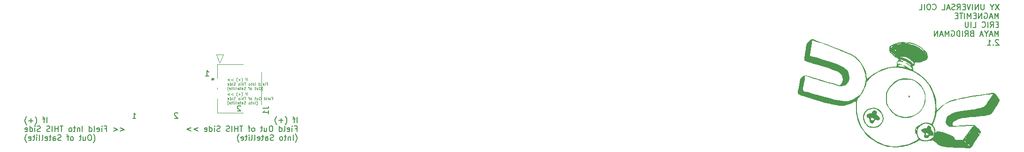
<source format=gbo>
%TF.GenerationSoftware,KiCad,Pcbnew,8.0.8*%
%TF.CreationDate,2025-03-15T17:30:35-07:00*%
%TF.ProjectId,Coil_Panel_XY,436f696c-5f50-4616-9e65-6c5f58592e6b,2.1*%
%TF.SameCoordinates,Original*%
%TF.FileFunction,Legend,Bot*%
%TF.FilePolarity,Positive*%
%FSLAX46Y46*%
G04 Gerber Fmt 4.6, Leading zero omitted, Abs format (unit mm)*
G04 Created by KiCad (PCBNEW 8.0.8) date 2025-03-15 17:30:35*
%MOMM*%
%LPD*%
G01*
G04 APERTURE LIST*
%ADD10C,0.125000*%
%ADD11C,0.150000*%
%ADD12C,0.120000*%
%ADD13C,0.000000*%
%ADD14C,2.600000*%
%ADD15C,3.800000*%
%ADD16R,1.450000X1.100000*%
%ADD17R,2.899999X1.350000*%
G04 APERTURE END LIST*
D10*
X90726711Y-109746365D02*
X90726711Y-109246365D01*
X90560044Y-109413032D02*
X90369568Y-109413032D01*
X90488616Y-109746365D02*
X90488616Y-109317794D01*
X90488616Y-109317794D02*
X90464806Y-109270175D01*
X90464806Y-109270175D02*
X90417187Y-109246365D01*
X90417187Y-109246365D02*
X90369568Y-109246365D01*
X89679093Y-109936841D02*
X89702902Y-109913032D01*
X89702902Y-109913032D02*
X89750521Y-109841603D01*
X89750521Y-109841603D02*
X89774331Y-109793984D01*
X89774331Y-109793984D02*
X89798140Y-109722556D01*
X89798140Y-109722556D02*
X89821950Y-109603508D01*
X89821950Y-109603508D02*
X89821950Y-109508270D01*
X89821950Y-109508270D02*
X89798140Y-109389222D01*
X89798140Y-109389222D02*
X89774331Y-109317794D01*
X89774331Y-109317794D02*
X89750521Y-109270175D01*
X89750521Y-109270175D02*
X89702902Y-109198746D01*
X89702902Y-109198746D02*
X89679093Y-109174936D01*
X89488617Y-109555889D02*
X89107665Y-109555889D01*
X89298141Y-109746365D02*
X89298141Y-109365413D01*
X88917188Y-109936841D02*
X88893378Y-109913032D01*
X88893378Y-109913032D02*
X88845759Y-109841603D01*
X88845759Y-109841603D02*
X88821950Y-109793984D01*
X88821950Y-109793984D02*
X88798140Y-109722556D01*
X88798140Y-109722556D02*
X88774331Y-109603508D01*
X88774331Y-109603508D02*
X88774331Y-109508270D01*
X88774331Y-109508270D02*
X88798140Y-109389222D01*
X88798140Y-109389222D02*
X88821950Y-109317794D01*
X88821950Y-109317794D02*
X88845759Y-109270175D01*
X88845759Y-109270175D02*
X88893378Y-109198746D01*
X88893378Y-109198746D02*
X88917188Y-109174936D01*
X88155284Y-109413032D02*
X87774332Y-109555889D01*
X87774332Y-109555889D02*
X88155284Y-109698746D01*
X87536236Y-109413032D02*
X87155284Y-109555889D01*
X87155284Y-109555889D02*
X87536236Y-109698746D01*
X94202898Y-110289432D02*
X94369565Y-110289432D01*
X94369565Y-110551337D02*
X94369565Y-110051337D01*
X94369565Y-110051337D02*
X94131470Y-110051337D01*
X93940994Y-110551337D02*
X93940994Y-110218004D01*
X93940994Y-110051337D02*
X93964803Y-110075147D01*
X93964803Y-110075147D02*
X93940994Y-110098956D01*
X93940994Y-110098956D02*
X93917184Y-110075147D01*
X93917184Y-110075147D02*
X93940994Y-110051337D01*
X93940994Y-110051337D02*
X93940994Y-110098956D01*
X93512423Y-110527528D02*
X93560042Y-110551337D01*
X93560042Y-110551337D02*
X93655280Y-110551337D01*
X93655280Y-110551337D02*
X93702899Y-110527528D01*
X93702899Y-110527528D02*
X93726708Y-110479908D01*
X93726708Y-110479908D02*
X93726708Y-110289432D01*
X93726708Y-110289432D02*
X93702899Y-110241813D01*
X93702899Y-110241813D02*
X93655280Y-110218004D01*
X93655280Y-110218004D02*
X93560042Y-110218004D01*
X93560042Y-110218004D02*
X93512423Y-110241813D01*
X93512423Y-110241813D02*
X93488613Y-110289432D01*
X93488613Y-110289432D02*
X93488613Y-110337051D01*
X93488613Y-110337051D02*
X93726708Y-110384670D01*
X93202899Y-110551337D02*
X93250518Y-110527528D01*
X93250518Y-110527528D02*
X93274328Y-110479908D01*
X93274328Y-110479908D02*
X93274328Y-110051337D01*
X92798137Y-110551337D02*
X92798137Y-110051337D01*
X92798137Y-110527528D02*
X92845756Y-110551337D01*
X92845756Y-110551337D02*
X92940994Y-110551337D01*
X92940994Y-110551337D02*
X92988613Y-110527528D01*
X92988613Y-110527528D02*
X93012423Y-110503718D01*
X93012423Y-110503718D02*
X93036232Y-110456099D01*
X93036232Y-110456099D02*
X93036232Y-110313242D01*
X93036232Y-110313242D02*
X93012423Y-110265623D01*
X93012423Y-110265623D02*
X92988613Y-110241813D01*
X92988613Y-110241813D02*
X92940994Y-110218004D01*
X92940994Y-110218004D02*
X92845756Y-110218004D01*
X92845756Y-110218004D02*
X92798137Y-110241813D01*
X92179090Y-110551337D02*
X92179090Y-110051337D01*
X91940995Y-110218004D02*
X91940995Y-110551337D01*
X91940995Y-110265623D02*
X91917185Y-110241813D01*
X91917185Y-110241813D02*
X91869566Y-110218004D01*
X91869566Y-110218004D02*
X91798138Y-110218004D01*
X91798138Y-110218004D02*
X91750519Y-110241813D01*
X91750519Y-110241813D02*
X91726709Y-110289432D01*
X91726709Y-110289432D02*
X91726709Y-110551337D01*
X91560042Y-110218004D02*
X91369566Y-110218004D01*
X91488614Y-110051337D02*
X91488614Y-110479908D01*
X91488614Y-110479908D02*
X91464804Y-110527528D01*
X91464804Y-110527528D02*
X91417185Y-110551337D01*
X91417185Y-110551337D02*
X91369566Y-110551337D01*
X91131471Y-110551337D02*
X91179090Y-110527528D01*
X91179090Y-110527528D02*
X91202900Y-110503718D01*
X91202900Y-110503718D02*
X91226709Y-110456099D01*
X91226709Y-110456099D02*
X91226709Y-110313242D01*
X91226709Y-110313242D02*
X91202900Y-110265623D01*
X91202900Y-110265623D02*
X91179090Y-110241813D01*
X91179090Y-110241813D02*
X91131471Y-110218004D01*
X91131471Y-110218004D02*
X91060043Y-110218004D01*
X91060043Y-110218004D02*
X91012424Y-110241813D01*
X91012424Y-110241813D02*
X90988614Y-110265623D01*
X90988614Y-110265623D02*
X90964805Y-110313242D01*
X90964805Y-110313242D02*
X90964805Y-110456099D01*
X90964805Y-110456099D02*
X90988614Y-110503718D01*
X90988614Y-110503718D02*
X91012424Y-110527528D01*
X91012424Y-110527528D02*
X91060043Y-110551337D01*
X91060043Y-110551337D02*
X91131471Y-110551337D01*
X90440995Y-110051337D02*
X90155281Y-110051337D01*
X90298138Y-110551337D02*
X90298138Y-110051337D01*
X89988615Y-110551337D02*
X89988615Y-110051337D01*
X89774329Y-110551337D02*
X89774329Y-110289432D01*
X89774329Y-110289432D02*
X89798139Y-110241813D01*
X89798139Y-110241813D02*
X89845758Y-110218004D01*
X89845758Y-110218004D02*
X89917186Y-110218004D01*
X89917186Y-110218004D02*
X89964805Y-110241813D01*
X89964805Y-110241813D02*
X89988615Y-110265623D01*
X89536234Y-110551337D02*
X89536234Y-110218004D01*
X89536234Y-110051337D02*
X89560043Y-110075147D01*
X89560043Y-110075147D02*
X89536234Y-110098956D01*
X89536234Y-110098956D02*
X89512424Y-110075147D01*
X89512424Y-110075147D02*
X89536234Y-110051337D01*
X89536234Y-110051337D02*
X89536234Y-110098956D01*
X89321948Y-110527528D02*
X89274329Y-110551337D01*
X89274329Y-110551337D02*
X89179091Y-110551337D01*
X89179091Y-110551337D02*
X89131472Y-110527528D01*
X89131472Y-110527528D02*
X89107663Y-110479908D01*
X89107663Y-110479908D02*
X89107663Y-110456099D01*
X89107663Y-110456099D02*
X89131472Y-110408480D01*
X89131472Y-110408480D02*
X89179091Y-110384670D01*
X89179091Y-110384670D02*
X89250520Y-110384670D01*
X89250520Y-110384670D02*
X89298139Y-110360861D01*
X89298139Y-110360861D02*
X89321948Y-110313242D01*
X89321948Y-110313242D02*
X89321948Y-110289432D01*
X89321948Y-110289432D02*
X89298139Y-110241813D01*
X89298139Y-110241813D02*
X89250520Y-110218004D01*
X89250520Y-110218004D02*
X89179091Y-110218004D01*
X89179091Y-110218004D02*
X89131472Y-110241813D01*
X88536234Y-110527528D02*
X88464806Y-110551337D01*
X88464806Y-110551337D02*
X88345758Y-110551337D01*
X88345758Y-110551337D02*
X88298139Y-110527528D01*
X88298139Y-110527528D02*
X88274330Y-110503718D01*
X88274330Y-110503718D02*
X88250520Y-110456099D01*
X88250520Y-110456099D02*
X88250520Y-110408480D01*
X88250520Y-110408480D02*
X88274330Y-110360861D01*
X88274330Y-110360861D02*
X88298139Y-110337051D01*
X88298139Y-110337051D02*
X88345758Y-110313242D01*
X88345758Y-110313242D02*
X88440996Y-110289432D01*
X88440996Y-110289432D02*
X88488615Y-110265623D01*
X88488615Y-110265623D02*
X88512425Y-110241813D01*
X88512425Y-110241813D02*
X88536234Y-110194194D01*
X88536234Y-110194194D02*
X88536234Y-110146575D01*
X88536234Y-110146575D02*
X88512425Y-110098956D01*
X88512425Y-110098956D02*
X88488615Y-110075147D01*
X88488615Y-110075147D02*
X88440996Y-110051337D01*
X88440996Y-110051337D02*
X88321949Y-110051337D01*
X88321949Y-110051337D02*
X88250520Y-110075147D01*
X88036235Y-110551337D02*
X88036235Y-110218004D01*
X88036235Y-110051337D02*
X88060044Y-110075147D01*
X88060044Y-110075147D02*
X88036235Y-110098956D01*
X88036235Y-110098956D02*
X88012425Y-110075147D01*
X88012425Y-110075147D02*
X88036235Y-110051337D01*
X88036235Y-110051337D02*
X88036235Y-110098956D01*
X87583854Y-110551337D02*
X87583854Y-110051337D01*
X87583854Y-110527528D02*
X87631473Y-110551337D01*
X87631473Y-110551337D02*
X87726711Y-110551337D01*
X87726711Y-110551337D02*
X87774330Y-110527528D01*
X87774330Y-110527528D02*
X87798140Y-110503718D01*
X87798140Y-110503718D02*
X87821949Y-110456099D01*
X87821949Y-110456099D02*
X87821949Y-110313242D01*
X87821949Y-110313242D02*
X87798140Y-110265623D01*
X87798140Y-110265623D02*
X87774330Y-110241813D01*
X87774330Y-110241813D02*
X87726711Y-110218004D01*
X87726711Y-110218004D02*
X87631473Y-110218004D01*
X87631473Y-110218004D02*
X87583854Y-110241813D01*
X87155283Y-110527528D02*
X87202902Y-110551337D01*
X87202902Y-110551337D02*
X87298140Y-110551337D01*
X87298140Y-110551337D02*
X87345759Y-110527528D01*
X87345759Y-110527528D02*
X87369568Y-110479908D01*
X87369568Y-110479908D02*
X87369568Y-110289432D01*
X87369568Y-110289432D02*
X87345759Y-110241813D01*
X87345759Y-110241813D02*
X87298140Y-110218004D01*
X87298140Y-110218004D02*
X87202902Y-110218004D01*
X87202902Y-110218004D02*
X87155283Y-110241813D01*
X87155283Y-110241813D02*
X87131473Y-110289432D01*
X87131473Y-110289432D02*
X87131473Y-110337051D01*
X87131473Y-110337051D02*
X87369568Y-110384670D01*
X93321947Y-111546785D02*
X93345756Y-111522976D01*
X93345756Y-111522976D02*
X93393375Y-111451547D01*
X93393375Y-111451547D02*
X93417185Y-111403928D01*
X93417185Y-111403928D02*
X93440994Y-111332500D01*
X93440994Y-111332500D02*
X93464804Y-111213452D01*
X93464804Y-111213452D02*
X93464804Y-111118214D01*
X93464804Y-111118214D02*
X93440994Y-110999166D01*
X93440994Y-110999166D02*
X93417185Y-110927738D01*
X93417185Y-110927738D02*
X93393375Y-110880119D01*
X93393375Y-110880119D02*
X93345756Y-110808690D01*
X93345756Y-110808690D02*
X93321947Y-110784880D01*
X93036233Y-110856309D02*
X92940995Y-110856309D01*
X92940995Y-110856309D02*
X92893376Y-110880119D01*
X92893376Y-110880119D02*
X92845757Y-110927738D01*
X92845757Y-110927738D02*
X92821947Y-111022976D01*
X92821947Y-111022976D02*
X92821947Y-111189642D01*
X92821947Y-111189642D02*
X92845757Y-111284880D01*
X92845757Y-111284880D02*
X92893376Y-111332500D01*
X92893376Y-111332500D02*
X92940995Y-111356309D01*
X92940995Y-111356309D02*
X93036233Y-111356309D01*
X93036233Y-111356309D02*
X93083852Y-111332500D01*
X93083852Y-111332500D02*
X93131471Y-111284880D01*
X93131471Y-111284880D02*
X93155280Y-111189642D01*
X93155280Y-111189642D02*
X93155280Y-111022976D01*
X93155280Y-111022976D02*
X93131471Y-110927738D01*
X93131471Y-110927738D02*
X93083852Y-110880119D01*
X93083852Y-110880119D02*
X93036233Y-110856309D01*
X92393375Y-111022976D02*
X92393375Y-111356309D01*
X92607661Y-111022976D02*
X92607661Y-111284880D01*
X92607661Y-111284880D02*
X92583851Y-111332500D01*
X92583851Y-111332500D02*
X92536232Y-111356309D01*
X92536232Y-111356309D02*
X92464804Y-111356309D01*
X92464804Y-111356309D02*
X92417185Y-111332500D01*
X92417185Y-111332500D02*
X92393375Y-111308690D01*
X92226708Y-111022976D02*
X92036232Y-111022976D01*
X92155280Y-110856309D02*
X92155280Y-111284880D01*
X92155280Y-111284880D02*
X92131470Y-111332500D01*
X92131470Y-111332500D02*
X92083851Y-111356309D01*
X92083851Y-111356309D02*
X92036232Y-111356309D01*
X91417185Y-111356309D02*
X91464804Y-111332500D01*
X91464804Y-111332500D02*
X91488614Y-111308690D01*
X91488614Y-111308690D02*
X91512423Y-111261071D01*
X91512423Y-111261071D02*
X91512423Y-111118214D01*
X91512423Y-111118214D02*
X91488614Y-111070595D01*
X91488614Y-111070595D02*
X91464804Y-111046785D01*
X91464804Y-111046785D02*
X91417185Y-111022976D01*
X91417185Y-111022976D02*
X91345757Y-111022976D01*
X91345757Y-111022976D02*
X91298138Y-111046785D01*
X91298138Y-111046785D02*
X91274328Y-111070595D01*
X91274328Y-111070595D02*
X91250519Y-111118214D01*
X91250519Y-111118214D02*
X91250519Y-111261071D01*
X91250519Y-111261071D02*
X91274328Y-111308690D01*
X91274328Y-111308690D02*
X91298138Y-111332500D01*
X91298138Y-111332500D02*
X91345757Y-111356309D01*
X91345757Y-111356309D02*
X91417185Y-111356309D01*
X91107661Y-111022976D02*
X90917185Y-111022976D01*
X91036233Y-111356309D02*
X91036233Y-110927738D01*
X91036233Y-110927738D02*
X91012423Y-110880119D01*
X91012423Y-110880119D02*
X90964804Y-110856309D01*
X90964804Y-110856309D02*
X90917185Y-110856309D01*
X90393376Y-111332500D02*
X90321948Y-111356309D01*
X90321948Y-111356309D02*
X90202900Y-111356309D01*
X90202900Y-111356309D02*
X90155281Y-111332500D01*
X90155281Y-111332500D02*
X90131472Y-111308690D01*
X90131472Y-111308690D02*
X90107662Y-111261071D01*
X90107662Y-111261071D02*
X90107662Y-111213452D01*
X90107662Y-111213452D02*
X90131472Y-111165833D01*
X90131472Y-111165833D02*
X90155281Y-111142023D01*
X90155281Y-111142023D02*
X90202900Y-111118214D01*
X90202900Y-111118214D02*
X90298138Y-111094404D01*
X90298138Y-111094404D02*
X90345757Y-111070595D01*
X90345757Y-111070595D02*
X90369567Y-111046785D01*
X90369567Y-111046785D02*
X90393376Y-110999166D01*
X90393376Y-110999166D02*
X90393376Y-110951547D01*
X90393376Y-110951547D02*
X90369567Y-110903928D01*
X90369567Y-110903928D02*
X90345757Y-110880119D01*
X90345757Y-110880119D02*
X90298138Y-110856309D01*
X90298138Y-110856309D02*
X90179091Y-110856309D01*
X90179091Y-110856309D02*
X90107662Y-110880119D01*
X89679091Y-111356309D02*
X89679091Y-111094404D01*
X89679091Y-111094404D02*
X89702901Y-111046785D01*
X89702901Y-111046785D02*
X89750520Y-111022976D01*
X89750520Y-111022976D02*
X89845758Y-111022976D01*
X89845758Y-111022976D02*
X89893377Y-111046785D01*
X89679091Y-111332500D02*
X89726710Y-111356309D01*
X89726710Y-111356309D02*
X89845758Y-111356309D01*
X89845758Y-111356309D02*
X89893377Y-111332500D01*
X89893377Y-111332500D02*
X89917186Y-111284880D01*
X89917186Y-111284880D02*
X89917186Y-111237261D01*
X89917186Y-111237261D02*
X89893377Y-111189642D01*
X89893377Y-111189642D02*
X89845758Y-111165833D01*
X89845758Y-111165833D02*
X89726710Y-111165833D01*
X89726710Y-111165833D02*
X89679091Y-111142023D01*
X89512424Y-111022976D02*
X89321948Y-111022976D01*
X89440996Y-110856309D02*
X89440996Y-111284880D01*
X89440996Y-111284880D02*
X89417186Y-111332500D01*
X89417186Y-111332500D02*
X89369567Y-111356309D01*
X89369567Y-111356309D02*
X89321948Y-111356309D01*
X88964806Y-111332500D02*
X89012425Y-111356309D01*
X89012425Y-111356309D02*
X89107663Y-111356309D01*
X89107663Y-111356309D02*
X89155282Y-111332500D01*
X89155282Y-111332500D02*
X89179091Y-111284880D01*
X89179091Y-111284880D02*
X89179091Y-111094404D01*
X89179091Y-111094404D02*
X89155282Y-111046785D01*
X89155282Y-111046785D02*
X89107663Y-111022976D01*
X89107663Y-111022976D02*
X89012425Y-111022976D01*
X89012425Y-111022976D02*
X88964806Y-111046785D01*
X88964806Y-111046785D02*
X88940996Y-111094404D01*
X88940996Y-111094404D02*
X88940996Y-111142023D01*
X88940996Y-111142023D02*
X89179091Y-111189642D01*
X88655282Y-111356309D02*
X88702901Y-111332500D01*
X88702901Y-111332500D02*
X88726711Y-111284880D01*
X88726711Y-111284880D02*
X88726711Y-110856309D01*
X88393377Y-111356309D02*
X88440996Y-111332500D01*
X88440996Y-111332500D02*
X88464806Y-111284880D01*
X88464806Y-111284880D02*
X88464806Y-110856309D01*
X88202901Y-111356309D02*
X88202901Y-111022976D01*
X88202901Y-110856309D02*
X88226710Y-110880119D01*
X88226710Y-110880119D02*
X88202901Y-110903928D01*
X88202901Y-110903928D02*
X88179091Y-110880119D01*
X88179091Y-110880119D02*
X88202901Y-110856309D01*
X88202901Y-110856309D02*
X88202901Y-110903928D01*
X88036234Y-111022976D02*
X87845758Y-111022976D01*
X87964806Y-110856309D02*
X87964806Y-111284880D01*
X87964806Y-111284880D02*
X87940996Y-111332500D01*
X87940996Y-111332500D02*
X87893377Y-111356309D01*
X87893377Y-111356309D02*
X87845758Y-111356309D01*
X87488616Y-111332500D02*
X87536235Y-111356309D01*
X87536235Y-111356309D02*
X87631473Y-111356309D01*
X87631473Y-111356309D02*
X87679092Y-111332500D01*
X87679092Y-111332500D02*
X87702901Y-111284880D01*
X87702901Y-111284880D02*
X87702901Y-111094404D01*
X87702901Y-111094404D02*
X87679092Y-111046785D01*
X87679092Y-111046785D02*
X87631473Y-111022976D01*
X87631473Y-111022976D02*
X87536235Y-111022976D01*
X87536235Y-111022976D02*
X87488616Y-111046785D01*
X87488616Y-111046785D02*
X87464806Y-111094404D01*
X87464806Y-111094404D02*
X87464806Y-111142023D01*
X87464806Y-111142023D02*
X87702901Y-111189642D01*
X87298140Y-111546785D02*
X87274330Y-111522976D01*
X87274330Y-111522976D02*
X87226711Y-111451547D01*
X87226711Y-111451547D02*
X87202902Y-111403928D01*
X87202902Y-111403928D02*
X87179092Y-111332500D01*
X87179092Y-111332500D02*
X87155283Y-111213452D01*
X87155283Y-111213452D02*
X87155283Y-111118214D01*
X87155283Y-111118214D02*
X87179092Y-110999166D01*
X87179092Y-110999166D02*
X87202902Y-110927738D01*
X87202902Y-110927738D02*
X87226711Y-110880119D01*
X87226711Y-110880119D02*
X87274330Y-110808690D01*
X87274330Y-110808690D02*
X87298140Y-110784880D01*
X90726711Y-112356365D02*
X90726711Y-111856365D01*
X90560044Y-112023032D02*
X90369568Y-112023032D01*
X90488616Y-112356365D02*
X90488616Y-111927794D01*
X90488616Y-111927794D02*
X90464806Y-111880175D01*
X90464806Y-111880175D02*
X90417187Y-111856365D01*
X90417187Y-111856365D02*
X90369568Y-111856365D01*
X89679093Y-112546841D02*
X89702902Y-112523032D01*
X89702902Y-112523032D02*
X89750521Y-112451603D01*
X89750521Y-112451603D02*
X89774331Y-112403984D01*
X89774331Y-112403984D02*
X89798140Y-112332556D01*
X89798140Y-112332556D02*
X89821950Y-112213508D01*
X89821950Y-112213508D02*
X89821950Y-112118270D01*
X89821950Y-112118270D02*
X89798140Y-111999222D01*
X89798140Y-111999222D02*
X89774331Y-111927794D01*
X89774331Y-111927794D02*
X89750521Y-111880175D01*
X89750521Y-111880175D02*
X89702902Y-111808746D01*
X89702902Y-111808746D02*
X89679093Y-111784936D01*
X89488617Y-112165889D02*
X89107665Y-112165889D01*
X89298141Y-112356365D02*
X89298141Y-111975413D01*
X88917188Y-112546841D02*
X88893378Y-112523032D01*
X88893378Y-112523032D02*
X88845759Y-112451603D01*
X88845759Y-112451603D02*
X88821950Y-112403984D01*
X88821950Y-112403984D02*
X88798140Y-112332556D01*
X88798140Y-112332556D02*
X88774331Y-112213508D01*
X88774331Y-112213508D02*
X88774331Y-112118270D01*
X88774331Y-112118270D02*
X88798140Y-111999222D01*
X88798140Y-111999222D02*
X88821950Y-111927794D01*
X88821950Y-111927794D02*
X88845759Y-111880175D01*
X88845759Y-111880175D02*
X88893378Y-111808746D01*
X88893378Y-111808746D02*
X88917188Y-111784936D01*
X88155284Y-112023032D02*
X87774332Y-112165889D01*
X87774332Y-112165889D02*
X88155284Y-112308746D01*
X87536236Y-112023032D02*
X87155284Y-112165889D01*
X87155284Y-112165889D02*
X87536236Y-112308746D01*
X95155279Y-112899432D02*
X95321946Y-112899432D01*
X95321946Y-113161337D02*
X95321946Y-112661337D01*
X95321946Y-112661337D02*
X95083851Y-112661337D01*
X94893375Y-113161337D02*
X94893375Y-112828004D01*
X94893375Y-112661337D02*
X94917184Y-112685147D01*
X94917184Y-112685147D02*
X94893375Y-112708956D01*
X94893375Y-112708956D02*
X94869565Y-112685147D01*
X94869565Y-112685147D02*
X94893375Y-112661337D01*
X94893375Y-112661337D02*
X94893375Y-112708956D01*
X94464804Y-113137528D02*
X94512423Y-113161337D01*
X94512423Y-113161337D02*
X94607661Y-113161337D01*
X94607661Y-113161337D02*
X94655280Y-113137528D01*
X94655280Y-113137528D02*
X94679089Y-113089908D01*
X94679089Y-113089908D02*
X94679089Y-112899432D01*
X94679089Y-112899432D02*
X94655280Y-112851813D01*
X94655280Y-112851813D02*
X94607661Y-112828004D01*
X94607661Y-112828004D02*
X94512423Y-112828004D01*
X94512423Y-112828004D02*
X94464804Y-112851813D01*
X94464804Y-112851813D02*
X94440994Y-112899432D01*
X94440994Y-112899432D02*
X94440994Y-112947051D01*
X94440994Y-112947051D02*
X94679089Y-112994670D01*
X94155280Y-113161337D02*
X94202899Y-113137528D01*
X94202899Y-113137528D02*
X94226709Y-113089908D01*
X94226709Y-113089908D02*
X94226709Y-112661337D01*
X93750518Y-113161337D02*
X93750518Y-112661337D01*
X93750518Y-113137528D02*
X93798137Y-113161337D01*
X93798137Y-113161337D02*
X93893375Y-113161337D01*
X93893375Y-113161337D02*
X93940994Y-113137528D01*
X93940994Y-113137528D02*
X93964804Y-113113718D01*
X93964804Y-113113718D02*
X93988613Y-113066099D01*
X93988613Y-113066099D02*
X93988613Y-112923242D01*
X93988613Y-112923242D02*
X93964804Y-112875623D01*
X93964804Y-112875623D02*
X93940994Y-112851813D01*
X93940994Y-112851813D02*
X93893375Y-112828004D01*
X93893375Y-112828004D02*
X93798137Y-112828004D01*
X93798137Y-112828004D02*
X93750518Y-112851813D01*
X93036233Y-112661337D02*
X92940995Y-112661337D01*
X92940995Y-112661337D02*
X92893376Y-112685147D01*
X92893376Y-112685147D02*
X92845757Y-112732766D01*
X92845757Y-112732766D02*
X92821947Y-112828004D01*
X92821947Y-112828004D02*
X92821947Y-112994670D01*
X92821947Y-112994670D02*
X92845757Y-113089908D01*
X92845757Y-113089908D02*
X92893376Y-113137528D01*
X92893376Y-113137528D02*
X92940995Y-113161337D01*
X92940995Y-113161337D02*
X93036233Y-113161337D01*
X93036233Y-113161337D02*
X93083852Y-113137528D01*
X93083852Y-113137528D02*
X93131471Y-113089908D01*
X93131471Y-113089908D02*
X93155280Y-112994670D01*
X93155280Y-112994670D02*
X93155280Y-112828004D01*
X93155280Y-112828004D02*
X93131471Y-112732766D01*
X93131471Y-112732766D02*
X93083852Y-112685147D01*
X93083852Y-112685147D02*
X93036233Y-112661337D01*
X92393375Y-112828004D02*
X92393375Y-113161337D01*
X92607661Y-112828004D02*
X92607661Y-113089908D01*
X92607661Y-113089908D02*
X92583851Y-113137528D01*
X92583851Y-113137528D02*
X92536232Y-113161337D01*
X92536232Y-113161337D02*
X92464804Y-113161337D01*
X92464804Y-113161337D02*
X92417185Y-113137528D01*
X92417185Y-113137528D02*
X92393375Y-113113718D01*
X92226708Y-112828004D02*
X92036232Y-112828004D01*
X92155280Y-112661337D02*
X92155280Y-113089908D01*
X92155280Y-113089908D02*
X92131470Y-113137528D01*
X92131470Y-113137528D02*
X92083851Y-113161337D01*
X92083851Y-113161337D02*
X92036232Y-113161337D01*
X91417185Y-113161337D02*
X91464804Y-113137528D01*
X91464804Y-113137528D02*
X91488614Y-113113718D01*
X91488614Y-113113718D02*
X91512423Y-113066099D01*
X91512423Y-113066099D02*
X91512423Y-112923242D01*
X91512423Y-112923242D02*
X91488614Y-112875623D01*
X91488614Y-112875623D02*
X91464804Y-112851813D01*
X91464804Y-112851813D02*
X91417185Y-112828004D01*
X91417185Y-112828004D02*
X91345757Y-112828004D01*
X91345757Y-112828004D02*
X91298138Y-112851813D01*
X91298138Y-112851813D02*
X91274328Y-112875623D01*
X91274328Y-112875623D02*
X91250519Y-112923242D01*
X91250519Y-112923242D02*
X91250519Y-113066099D01*
X91250519Y-113066099D02*
X91274328Y-113113718D01*
X91274328Y-113113718D02*
X91298138Y-113137528D01*
X91298138Y-113137528D02*
X91345757Y-113161337D01*
X91345757Y-113161337D02*
X91417185Y-113161337D01*
X91107661Y-112828004D02*
X90917185Y-112828004D01*
X91036233Y-113161337D02*
X91036233Y-112732766D01*
X91036233Y-112732766D02*
X91012423Y-112685147D01*
X91012423Y-112685147D02*
X90964804Y-112661337D01*
X90964804Y-112661337D02*
X90917185Y-112661337D01*
X90440995Y-112661337D02*
X90155281Y-112661337D01*
X90298138Y-113161337D02*
X90298138Y-112661337D01*
X89988615Y-113161337D02*
X89988615Y-112661337D01*
X89774329Y-113161337D02*
X89774329Y-112899432D01*
X89774329Y-112899432D02*
X89798139Y-112851813D01*
X89798139Y-112851813D02*
X89845758Y-112828004D01*
X89845758Y-112828004D02*
X89917186Y-112828004D01*
X89917186Y-112828004D02*
X89964805Y-112851813D01*
X89964805Y-112851813D02*
X89988615Y-112875623D01*
X89536234Y-113161337D02*
X89536234Y-112828004D01*
X89536234Y-112661337D02*
X89560043Y-112685147D01*
X89560043Y-112685147D02*
X89536234Y-112708956D01*
X89536234Y-112708956D02*
X89512424Y-112685147D01*
X89512424Y-112685147D02*
X89536234Y-112661337D01*
X89536234Y-112661337D02*
X89536234Y-112708956D01*
X89321948Y-113137528D02*
X89274329Y-113161337D01*
X89274329Y-113161337D02*
X89179091Y-113161337D01*
X89179091Y-113161337D02*
X89131472Y-113137528D01*
X89131472Y-113137528D02*
X89107663Y-113089908D01*
X89107663Y-113089908D02*
X89107663Y-113066099D01*
X89107663Y-113066099D02*
X89131472Y-113018480D01*
X89131472Y-113018480D02*
X89179091Y-112994670D01*
X89179091Y-112994670D02*
X89250520Y-112994670D01*
X89250520Y-112994670D02*
X89298139Y-112970861D01*
X89298139Y-112970861D02*
X89321948Y-112923242D01*
X89321948Y-112923242D02*
X89321948Y-112899432D01*
X89321948Y-112899432D02*
X89298139Y-112851813D01*
X89298139Y-112851813D02*
X89250520Y-112828004D01*
X89250520Y-112828004D02*
X89179091Y-112828004D01*
X89179091Y-112828004D02*
X89131472Y-112851813D01*
X88536234Y-113137528D02*
X88464806Y-113161337D01*
X88464806Y-113161337D02*
X88345758Y-113161337D01*
X88345758Y-113161337D02*
X88298139Y-113137528D01*
X88298139Y-113137528D02*
X88274330Y-113113718D01*
X88274330Y-113113718D02*
X88250520Y-113066099D01*
X88250520Y-113066099D02*
X88250520Y-113018480D01*
X88250520Y-113018480D02*
X88274330Y-112970861D01*
X88274330Y-112970861D02*
X88298139Y-112947051D01*
X88298139Y-112947051D02*
X88345758Y-112923242D01*
X88345758Y-112923242D02*
X88440996Y-112899432D01*
X88440996Y-112899432D02*
X88488615Y-112875623D01*
X88488615Y-112875623D02*
X88512425Y-112851813D01*
X88512425Y-112851813D02*
X88536234Y-112804194D01*
X88536234Y-112804194D02*
X88536234Y-112756575D01*
X88536234Y-112756575D02*
X88512425Y-112708956D01*
X88512425Y-112708956D02*
X88488615Y-112685147D01*
X88488615Y-112685147D02*
X88440996Y-112661337D01*
X88440996Y-112661337D02*
X88321949Y-112661337D01*
X88321949Y-112661337D02*
X88250520Y-112685147D01*
X88036235Y-113161337D02*
X88036235Y-112828004D01*
X88036235Y-112661337D02*
X88060044Y-112685147D01*
X88060044Y-112685147D02*
X88036235Y-112708956D01*
X88036235Y-112708956D02*
X88012425Y-112685147D01*
X88012425Y-112685147D02*
X88036235Y-112661337D01*
X88036235Y-112661337D02*
X88036235Y-112708956D01*
X87583854Y-113161337D02*
X87583854Y-112661337D01*
X87583854Y-113137528D02*
X87631473Y-113161337D01*
X87631473Y-113161337D02*
X87726711Y-113161337D01*
X87726711Y-113161337D02*
X87774330Y-113137528D01*
X87774330Y-113137528D02*
X87798140Y-113113718D01*
X87798140Y-113113718D02*
X87821949Y-113066099D01*
X87821949Y-113066099D02*
X87821949Y-112923242D01*
X87821949Y-112923242D02*
X87798140Y-112875623D01*
X87798140Y-112875623D02*
X87774330Y-112851813D01*
X87774330Y-112851813D02*
X87726711Y-112828004D01*
X87726711Y-112828004D02*
X87631473Y-112828004D01*
X87631473Y-112828004D02*
X87583854Y-112851813D01*
X87155283Y-113137528D02*
X87202902Y-113161337D01*
X87202902Y-113161337D02*
X87298140Y-113161337D01*
X87298140Y-113161337D02*
X87345759Y-113137528D01*
X87345759Y-113137528D02*
X87369568Y-113089908D01*
X87369568Y-113089908D02*
X87369568Y-112899432D01*
X87369568Y-112899432D02*
X87345759Y-112851813D01*
X87345759Y-112851813D02*
X87298140Y-112828004D01*
X87298140Y-112828004D02*
X87202902Y-112828004D01*
X87202902Y-112828004D02*
X87155283Y-112851813D01*
X87155283Y-112851813D02*
X87131473Y-112899432D01*
X87131473Y-112899432D02*
X87131473Y-112947051D01*
X87131473Y-112947051D02*
X87369568Y-112994670D01*
X92369566Y-114156785D02*
X92393375Y-114132976D01*
X92393375Y-114132976D02*
X92440994Y-114061547D01*
X92440994Y-114061547D02*
X92464804Y-114013928D01*
X92464804Y-114013928D02*
X92488613Y-113942500D01*
X92488613Y-113942500D02*
X92512423Y-113823452D01*
X92512423Y-113823452D02*
X92512423Y-113728214D01*
X92512423Y-113728214D02*
X92488613Y-113609166D01*
X92488613Y-113609166D02*
X92464804Y-113537738D01*
X92464804Y-113537738D02*
X92440994Y-113490119D01*
X92440994Y-113490119D02*
X92393375Y-113418690D01*
X92393375Y-113418690D02*
X92369566Y-113394880D01*
X92179090Y-113966309D02*
X92179090Y-113466309D01*
X91940995Y-113632976D02*
X91940995Y-113966309D01*
X91940995Y-113680595D02*
X91917185Y-113656785D01*
X91917185Y-113656785D02*
X91869566Y-113632976D01*
X91869566Y-113632976D02*
X91798138Y-113632976D01*
X91798138Y-113632976D02*
X91750519Y-113656785D01*
X91750519Y-113656785D02*
X91726709Y-113704404D01*
X91726709Y-113704404D02*
X91726709Y-113966309D01*
X91560042Y-113632976D02*
X91369566Y-113632976D01*
X91488614Y-113466309D02*
X91488614Y-113894880D01*
X91488614Y-113894880D02*
X91464804Y-113942500D01*
X91464804Y-113942500D02*
X91417185Y-113966309D01*
X91417185Y-113966309D02*
X91369566Y-113966309D01*
X91131471Y-113966309D02*
X91179090Y-113942500D01*
X91179090Y-113942500D02*
X91202900Y-113918690D01*
X91202900Y-113918690D02*
X91226709Y-113871071D01*
X91226709Y-113871071D02*
X91226709Y-113728214D01*
X91226709Y-113728214D02*
X91202900Y-113680595D01*
X91202900Y-113680595D02*
X91179090Y-113656785D01*
X91179090Y-113656785D02*
X91131471Y-113632976D01*
X91131471Y-113632976D02*
X91060043Y-113632976D01*
X91060043Y-113632976D02*
X91012424Y-113656785D01*
X91012424Y-113656785D02*
X90988614Y-113680595D01*
X90988614Y-113680595D02*
X90964805Y-113728214D01*
X90964805Y-113728214D02*
X90964805Y-113871071D01*
X90964805Y-113871071D02*
X90988614Y-113918690D01*
X90988614Y-113918690D02*
X91012424Y-113942500D01*
X91012424Y-113942500D02*
X91060043Y-113966309D01*
X91060043Y-113966309D02*
X91131471Y-113966309D01*
X90393376Y-113942500D02*
X90321948Y-113966309D01*
X90321948Y-113966309D02*
X90202900Y-113966309D01*
X90202900Y-113966309D02*
X90155281Y-113942500D01*
X90155281Y-113942500D02*
X90131472Y-113918690D01*
X90131472Y-113918690D02*
X90107662Y-113871071D01*
X90107662Y-113871071D02*
X90107662Y-113823452D01*
X90107662Y-113823452D02*
X90131472Y-113775833D01*
X90131472Y-113775833D02*
X90155281Y-113752023D01*
X90155281Y-113752023D02*
X90202900Y-113728214D01*
X90202900Y-113728214D02*
X90298138Y-113704404D01*
X90298138Y-113704404D02*
X90345757Y-113680595D01*
X90345757Y-113680595D02*
X90369567Y-113656785D01*
X90369567Y-113656785D02*
X90393376Y-113609166D01*
X90393376Y-113609166D02*
X90393376Y-113561547D01*
X90393376Y-113561547D02*
X90369567Y-113513928D01*
X90369567Y-113513928D02*
X90345757Y-113490119D01*
X90345757Y-113490119D02*
X90298138Y-113466309D01*
X90298138Y-113466309D02*
X90179091Y-113466309D01*
X90179091Y-113466309D02*
X90107662Y-113490119D01*
X89679091Y-113966309D02*
X89679091Y-113704404D01*
X89679091Y-113704404D02*
X89702901Y-113656785D01*
X89702901Y-113656785D02*
X89750520Y-113632976D01*
X89750520Y-113632976D02*
X89845758Y-113632976D01*
X89845758Y-113632976D02*
X89893377Y-113656785D01*
X89679091Y-113942500D02*
X89726710Y-113966309D01*
X89726710Y-113966309D02*
X89845758Y-113966309D01*
X89845758Y-113966309D02*
X89893377Y-113942500D01*
X89893377Y-113942500D02*
X89917186Y-113894880D01*
X89917186Y-113894880D02*
X89917186Y-113847261D01*
X89917186Y-113847261D02*
X89893377Y-113799642D01*
X89893377Y-113799642D02*
X89845758Y-113775833D01*
X89845758Y-113775833D02*
X89726710Y-113775833D01*
X89726710Y-113775833D02*
X89679091Y-113752023D01*
X89512424Y-113632976D02*
X89321948Y-113632976D01*
X89440996Y-113466309D02*
X89440996Y-113894880D01*
X89440996Y-113894880D02*
X89417186Y-113942500D01*
X89417186Y-113942500D02*
X89369567Y-113966309D01*
X89369567Y-113966309D02*
X89321948Y-113966309D01*
X88964806Y-113942500D02*
X89012425Y-113966309D01*
X89012425Y-113966309D02*
X89107663Y-113966309D01*
X89107663Y-113966309D02*
X89155282Y-113942500D01*
X89155282Y-113942500D02*
X89179091Y-113894880D01*
X89179091Y-113894880D02*
X89179091Y-113704404D01*
X89179091Y-113704404D02*
X89155282Y-113656785D01*
X89155282Y-113656785D02*
X89107663Y-113632976D01*
X89107663Y-113632976D02*
X89012425Y-113632976D01*
X89012425Y-113632976D02*
X88964806Y-113656785D01*
X88964806Y-113656785D02*
X88940996Y-113704404D01*
X88940996Y-113704404D02*
X88940996Y-113752023D01*
X88940996Y-113752023D02*
X89179091Y-113799642D01*
X88655282Y-113966309D02*
X88702901Y-113942500D01*
X88702901Y-113942500D02*
X88726711Y-113894880D01*
X88726711Y-113894880D02*
X88726711Y-113466309D01*
X88393377Y-113966309D02*
X88440996Y-113942500D01*
X88440996Y-113942500D02*
X88464806Y-113894880D01*
X88464806Y-113894880D02*
X88464806Y-113466309D01*
X88202901Y-113966309D02*
X88202901Y-113632976D01*
X88202901Y-113466309D02*
X88226710Y-113490119D01*
X88226710Y-113490119D02*
X88202901Y-113513928D01*
X88202901Y-113513928D02*
X88179091Y-113490119D01*
X88179091Y-113490119D02*
X88202901Y-113466309D01*
X88202901Y-113466309D02*
X88202901Y-113513928D01*
X88036234Y-113632976D02*
X87845758Y-113632976D01*
X87964806Y-113466309D02*
X87964806Y-113894880D01*
X87964806Y-113894880D02*
X87940996Y-113942500D01*
X87940996Y-113942500D02*
X87893377Y-113966309D01*
X87893377Y-113966309D02*
X87845758Y-113966309D01*
X87488616Y-113942500D02*
X87536235Y-113966309D01*
X87536235Y-113966309D02*
X87631473Y-113966309D01*
X87631473Y-113966309D02*
X87679092Y-113942500D01*
X87679092Y-113942500D02*
X87702901Y-113894880D01*
X87702901Y-113894880D02*
X87702901Y-113704404D01*
X87702901Y-113704404D02*
X87679092Y-113656785D01*
X87679092Y-113656785D02*
X87631473Y-113632976D01*
X87631473Y-113632976D02*
X87536235Y-113632976D01*
X87536235Y-113632976D02*
X87488616Y-113656785D01*
X87488616Y-113656785D02*
X87464806Y-113704404D01*
X87464806Y-113704404D02*
X87464806Y-113752023D01*
X87464806Y-113752023D02*
X87702901Y-113799642D01*
X87298140Y-114156785D02*
X87274330Y-114132976D01*
X87274330Y-114132976D02*
X87226711Y-114061547D01*
X87226711Y-114061547D02*
X87202902Y-114013928D01*
X87202902Y-114013928D02*
X87179092Y-113942500D01*
X87179092Y-113942500D02*
X87155283Y-113823452D01*
X87155283Y-113823452D02*
X87155283Y-113728214D01*
X87155283Y-113728214D02*
X87179092Y-113609166D01*
X87179092Y-113609166D02*
X87202902Y-113537738D01*
X87202902Y-113537738D02*
X87226711Y-113490119D01*
X87226711Y-113490119D02*
X87274330Y-113418690D01*
X87274330Y-113418690D02*
X87298140Y-113394880D01*
D11*
X83194411Y-108890317D02*
X83765839Y-108890317D01*
X83480125Y-108890317D02*
X83480125Y-107890317D01*
X83480125Y-107890317D02*
X83575363Y-108033174D01*
X83575363Y-108033174D02*
X83670601Y-108128412D01*
X83670601Y-108128412D02*
X83765839Y-108176031D01*
X70043411Y-116543819D02*
X70614839Y-116543819D01*
X70329125Y-116543819D02*
X70329125Y-115543819D01*
X70329125Y-115543819D02*
X70424363Y-115686676D01*
X70424363Y-115686676D02*
X70519601Y-115781914D01*
X70519601Y-115781914D02*
X70614839Y-115829533D01*
X226326458Y-95808043D02*
X225659792Y-96808043D01*
X225659792Y-95808043D02*
X226326458Y-96808043D01*
X225088363Y-96331852D02*
X225088363Y-96808043D01*
X225421696Y-95808043D02*
X225088363Y-96331852D01*
X225088363Y-96331852D02*
X224755030Y-95808043D01*
X223659791Y-95808043D02*
X223659791Y-96617566D01*
X223659791Y-96617566D02*
X223612172Y-96712804D01*
X223612172Y-96712804D02*
X223564553Y-96760424D01*
X223564553Y-96760424D02*
X223469315Y-96808043D01*
X223469315Y-96808043D02*
X223278839Y-96808043D01*
X223278839Y-96808043D02*
X223183601Y-96760424D01*
X223183601Y-96760424D02*
X223135982Y-96712804D01*
X223135982Y-96712804D02*
X223088363Y-96617566D01*
X223088363Y-96617566D02*
X223088363Y-95808043D01*
X222612172Y-96808043D02*
X222612172Y-95808043D01*
X222612172Y-95808043D02*
X222040744Y-96808043D01*
X222040744Y-96808043D02*
X222040744Y-95808043D01*
X221564553Y-96808043D02*
X221564553Y-95808043D01*
X221231220Y-95808043D02*
X220897887Y-96808043D01*
X220897887Y-96808043D02*
X220564554Y-95808043D01*
X220231220Y-96284233D02*
X219897887Y-96284233D01*
X219755030Y-96808043D02*
X220231220Y-96808043D01*
X220231220Y-96808043D02*
X220231220Y-95808043D01*
X220231220Y-95808043D02*
X219755030Y-95808043D01*
X218755030Y-96808043D02*
X219088363Y-96331852D01*
X219326458Y-96808043D02*
X219326458Y-95808043D01*
X219326458Y-95808043D02*
X218945506Y-95808043D01*
X218945506Y-95808043D02*
X218850268Y-95855662D01*
X218850268Y-95855662D02*
X218802649Y-95903281D01*
X218802649Y-95903281D02*
X218755030Y-95998519D01*
X218755030Y-95998519D02*
X218755030Y-96141376D01*
X218755030Y-96141376D02*
X218802649Y-96236614D01*
X218802649Y-96236614D02*
X218850268Y-96284233D01*
X218850268Y-96284233D02*
X218945506Y-96331852D01*
X218945506Y-96331852D02*
X219326458Y-96331852D01*
X218374077Y-96760424D02*
X218231220Y-96808043D01*
X218231220Y-96808043D02*
X217993125Y-96808043D01*
X217993125Y-96808043D02*
X217897887Y-96760424D01*
X217897887Y-96760424D02*
X217850268Y-96712804D01*
X217850268Y-96712804D02*
X217802649Y-96617566D01*
X217802649Y-96617566D02*
X217802649Y-96522328D01*
X217802649Y-96522328D02*
X217850268Y-96427090D01*
X217850268Y-96427090D02*
X217897887Y-96379471D01*
X217897887Y-96379471D02*
X217993125Y-96331852D01*
X217993125Y-96331852D02*
X218183601Y-96284233D01*
X218183601Y-96284233D02*
X218278839Y-96236614D01*
X218278839Y-96236614D02*
X218326458Y-96188995D01*
X218326458Y-96188995D02*
X218374077Y-96093757D01*
X218374077Y-96093757D02*
X218374077Y-95998519D01*
X218374077Y-95998519D02*
X218326458Y-95903281D01*
X218326458Y-95903281D02*
X218278839Y-95855662D01*
X218278839Y-95855662D02*
X218183601Y-95808043D01*
X218183601Y-95808043D02*
X217945506Y-95808043D01*
X217945506Y-95808043D02*
X217802649Y-95855662D01*
X217421696Y-96522328D02*
X216945506Y-96522328D01*
X217516934Y-96808043D02*
X217183601Y-95808043D01*
X217183601Y-95808043D02*
X216850268Y-96808043D01*
X216040744Y-96808043D02*
X216516934Y-96808043D01*
X216516934Y-96808043D02*
X216516934Y-95808043D01*
X214374077Y-96712804D02*
X214421696Y-96760424D01*
X214421696Y-96760424D02*
X214564553Y-96808043D01*
X214564553Y-96808043D02*
X214659791Y-96808043D01*
X214659791Y-96808043D02*
X214802648Y-96760424D01*
X214802648Y-96760424D02*
X214897886Y-96665185D01*
X214897886Y-96665185D02*
X214945505Y-96569947D01*
X214945505Y-96569947D02*
X214993124Y-96379471D01*
X214993124Y-96379471D02*
X214993124Y-96236614D01*
X214993124Y-96236614D02*
X214945505Y-96046138D01*
X214945505Y-96046138D02*
X214897886Y-95950900D01*
X214897886Y-95950900D02*
X214802648Y-95855662D01*
X214802648Y-95855662D02*
X214659791Y-95808043D01*
X214659791Y-95808043D02*
X214564553Y-95808043D01*
X214564553Y-95808043D02*
X214421696Y-95855662D01*
X214421696Y-95855662D02*
X214374077Y-95903281D01*
X213755029Y-95808043D02*
X213564553Y-95808043D01*
X213564553Y-95808043D02*
X213469315Y-95855662D01*
X213469315Y-95855662D02*
X213374077Y-95950900D01*
X213374077Y-95950900D02*
X213326458Y-96141376D01*
X213326458Y-96141376D02*
X213326458Y-96474709D01*
X213326458Y-96474709D02*
X213374077Y-96665185D01*
X213374077Y-96665185D02*
X213469315Y-96760424D01*
X213469315Y-96760424D02*
X213564553Y-96808043D01*
X213564553Y-96808043D02*
X213755029Y-96808043D01*
X213755029Y-96808043D02*
X213850267Y-96760424D01*
X213850267Y-96760424D02*
X213945505Y-96665185D01*
X213945505Y-96665185D02*
X213993124Y-96474709D01*
X213993124Y-96474709D02*
X213993124Y-96141376D01*
X213993124Y-96141376D02*
X213945505Y-95950900D01*
X213945505Y-95950900D02*
X213850267Y-95855662D01*
X213850267Y-95855662D02*
X213755029Y-95808043D01*
X212897886Y-96808043D02*
X212897886Y-95808043D01*
X211945506Y-96808043D02*
X212421696Y-96808043D01*
X212421696Y-96808043D02*
X212421696Y-95808043D01*
X226231220Y-98417987D02*
X226231220Y-97417987D01*
X226231220Y-97417987D02*
X225897887Y-98132272D01*
X225897887Y-98132272D02*
X225564554Y-97417987D01*
X225564554Y-97417987D02*
X225564554Y-98417987D01*
X225135982Y-98132272D02*
X224659792Y-98132272D01*
X225231220Y-98417987D02*
X224897887Y-97417987D01*
X224897887Y-97417987D02*
X224564554Y-98417987D01*
X223707411Y-97465606D02*
X223802649Y-97417987D01*
X223802649Y-97417987D02*
X223945506Y-97417987D01*
X223945506Y-97417987D02*
X224088363Y-97465606D01*
X224088363Y-97465606D02*
X224183601Y-97560844D01*
X224183601Y-97560844D02*
X224231220Y-97656082D01*
X224231220Y-97656082D02*
X224278839Y-97846558D01*
X224278839Y-97846558D02*
X224278839Y-97989415D01*
X224278839Y-97989415D02*
X224231220Y-98179891D01*
X224231220Y-98179891D02*
X224183601Y-98275129D01*
X224183601Y-98275129D02*
X224088363Y-98370368D01*
X224088363Y-98370368D02*
X223945506Y-98417987D01*
X223945506Y-98417987D02*
X223850268Y-98417987D01*
X223850268Y-98417987D02*
X223707411Y-98370368D01*
X223707411Y-98370368D02*
X223659792Y-98322748D01*
X223659792Y-98322748D02*
X223659792Y-97989415D01*
X223659792Y-97989415D02*
X223850268Y-97989415D01*
X223231220Y-98417987D02*
X223231220Y-97417987D01*
X223231220Y-97417987D02*
X222659792Y-98417987D01*
X222659792Y-98417987D02*
X222659792Y-97417987D01*
X222183601Y-97894177D02*
X221850268Y-97894177D01*
X221707411Y-98417987D02*
X222183601Y-98417987D01*
X222183601Y-98417987D02*
X222183601Y-97417987D01*
X222183601Y-97417987D02*
X221707411Y-97417987D01*
X221278839Y-98417987D02*
X221278839Y-97417987D01*
X221278839Y-97417987D02*
X220945506Y-98132272D01*
X220945506Y-98132272D02*
X220612173Y-97417987D01*
X220612173Y-97417987D02*
X220612173Y-98417987D01*
X220135982Y-98417987D02*
X220135982Y-97417987D01*
X219802649Y-97417987D02*
X219231221Y-97417987D01*
X219516935Y-98417987D02*
X219516935Y-97417987D01*
X218897887Y-97894177D02*
X218564554Y-97894177D01*
X218421697Y-98417987D02*
X218897887Y-98417987D01*
X218897887Y-98417987D02*
X218897887Y-97417987D01*
X218897887Y-97417987D02*
X218421697Y-97417987D01*
X226231220Y-99504121D02*
X225897887Y-99504121D01*
X225755030Y-100027931D02*
X226231220Y-100027931D01*
X226231220Y-100027931D02*
X226231220Y-99027931D01*
X226231220Y-99027931D02*
X225755030Y-99027931D01*
X224755030Y-100027931D02*
X225088363Y-99551740D01*
X225326458Y-100027931D02*
X225326458Y-99027931D01*
X225326458Y-99027931D02*
X224945506Y-99027931D01*
X224945506Y-99027931D02*
X224850268Y-99075550D01*
X224850268Y-99075550D02*
X224802649Y-99123169D01*
X224802649Y-99123169D02*
X224755030Y-99218407D01*
X224755030Y-99218407D02*
X224755030Y-99361264D01*
X224755030Y-99361264D02*
X224802649Y-99456502D01*
X224802649Y-99456502D02*
X224850268Y-99504121D01*
X224850268Y-99504121D02*
X224945506Y-99551740D01*
X224945506Y-99551740D02*
X225326458Y-99551740D01*
X224326458Y-100027931D02*
X224326458Y-99027931D01*
X223278840Y-99932692D02*
X223326459Y-99980312D01*
X223326459Y-99980312D02*
X223469316Y-100027931D01*
X223469316Y-100027931D02*
X223564554Y-100027931D01*
X223564554Y-100027931D02*
X223707411Y-99980312D01*
X223707411Y-99980312D02*
X223802649Y-99885073D01*
X223802649Y-99885073D02*
X223850268Y-99789835D01*
X223850268Y-99789835D02*
X223897887Y-99599359D01*
X223897887Y-99599359D02*
X223897887Y-99456502D01*
X223897887Y-99456502D02*
X223850268Y-99266026D01*
X223850268Y-99266026D02*
X223802649Y-99170788D01*
X223802649Y-99170788D02*
X223707411Y-99075550D01*
X223707411Y-99075550D02*
X223564554Y-99027931D01*
X223564554Y-99027931D02*
X223469316Y-99027931D01*
X223469316Y-99027931D02*
X223326459Y-99075550D01*
X223326459Y-99075550D02*
X223278840Y-99123169D01*
X221612173Y-100027931D02*
X222088363Y-100027931D01*
X222088363Y-100027931D02*
X222088363Y-99027931D01*
X221278839Y-100027931D02*
X221278839Y-99027931D01*
X220802649Y-99027931D02*
X220802649Y-99837454D01*
X220802649Y-99837454D02*
X220755030Y-99932692D01*
X220755030Y-99932692D02*
X220707411Y-99980312D01*
X220707411Y-99980312D02*
X220612173Y-100027931D01*
X220612173Y-100027931D02*
X220421697Y-100027931D01*
X220421697Y-100027931D02*
X220326459Y-99980312D01*
X220326459Y-99980312D02*
X220278840Y-99932692D01*
X220278840Y-99932692D02*
X220231221Y-99837454D01*
X220231221Y-99837454D02*
X220231221Y-99027931D01*
X226231220Y-101637875D02*
X226231220Y-100637875D01*
X226231220Y-100637875D02*
X225897887Y-101352160D01*
X225897887Y-101352160D02*
X225564554Y-100637875D01*
X225564554Y-100637875D02*
X225564554Y-101637875D01*
X225135982Y-101352160D02*
X224659792Y-101352160D01*
X225231220Y-101637875D02*
X224897887Y-100637875D01*
X224897887Y-100637875D02*
X224564554Y-101637875D01*
X224040744Y-101161684D02*
X224040744Y-101637875D01*
X224374077Y-100637875D02*
X224040744Y-101161684D01*
X224040744Y-101161684D02*
X223707411Y-100637875D01*
X223421696Y-101352160D02*
X222945506Y-101352160D01*
X223516934Y-101637875D02*
X223183601Y-100637875D01*
X223183601Y-100637875D02*
X222850268Y-101637875D01*
X221421696Y-101114065D02*
X221278839Y-101161684D01*
X221278839Y-101161684D02*
X221231220Y-101209303D01*
X221231220Y-101209303D02*
X221183601Y-101304541D01*
X221183601Y-101304541D02*
X221183601Y-101447398D01*
X221183601Y-101447398D02*
X221231220Y-101542636D01*
X221231220Y-101542636D02*
X221278839Y-101590256D01*
X221278839Y-101590256D02*
X221374077Y-101637875D01*
X221374077Y-101637875D02*
X221755029Y-101637875D01*
X221755029Y-101637875D02*
X221755029Y-100637875D01*
X221755029Y-100637875D02*
X221421696Y-100637875D01*
X221421696Y-100637875D02*
X221326458Y-100685494D01*
X221326458Y-100685494D02*
X221278839Y-100733113D01*
X221278839Y-100733113D02*
X221231220Y-100828351D01*
X221231220Y-100828351D02*
X221231220Y-100923589D01*
X221231220Y-100923589D02*
X221278839Y-101018827D01*
X221278839Y-101018827D02*
X221326458Y-101066446D01*
X221326458Y-101066446D02*
X221421696Y-101114065D01*
X221421696Y-101114065D02*
X221755029Y-101114065D01*
X220183601Y-101637875D02*
X220516934Y-101161684D01*
X220755029Y-101637875D02*
X220755029Y-100637875D01*
X220755029Y-100637875D02*
X220374077Y-100637875D01*
X220374077Y-100637875D02*
X220278839Y-100685494D01*
X220278839Y-100685494D02*
X220231220Y-100733113D01*
X220231220Y-100733113D02*
X220183601Y-100828351D01*
X220183601Y-100828351D02*
X220183601Y-100971208D01*
X220183601Y-100971208D02*
X220231220Y-101066446D01*
X220231220Y-101066446D02*
X220278839Y-101114065D01*
X220278839Y-101114065D02*
X220374077Y-101161684D01*
X220374077Y-101161684D02*
X220755029Y-101161684D01*
X219755029Y-101637875D02*
X219755029Y-100637875D01*
X219278839Y-101637875D02*
X219278839Y-100637875D01*
X219278839Y-100637875D02*
X219040744Y-100637875D01*
X219040744Y-100637875D02*
X218897887Y-100685494D01*
X218897887Y-100685494D02*
X218802649Y-100780732D01*
X218802649Y-100780732D02*
X218755030Y-100875970D01*
X218755030Y-100875970D02*
X218707411Y-101066446D01*
X218707411Y-101066446D02*
X218707411Y-101209303D01*
X218707411Y-101209303D02*
X218755030Y-101399779D01*
X218755030Y-101399779D02*
X218802649Y-101495017D01*
X218802649Y-101495017D02*
X218897887Y-101590256D01*
X218897887Y-101590256D02*
X219040744Y-101637875D01*
X219040744Y-101637875D02*
X219278839Y-101637875D01*
X217755030Y-100685494D02*
X217850268Y-100637875D01*
X217850268Y-100637875D02*
X217993125Y-100637875D01*
X217993125Y-100637875D02*
X218135982Y-100685494D01*
X218135982Y-100685494D02*
X218231220Y-100780732D01*
X218231220Y-100780732D02*
X218278839Y-100875970D01*
X218278839Y-100875970D02*
X218326458Y-101066446D01*
X218326458Y-101066446D02*
X218326458Y-101209303D01*
X218326458Y-101209303D02*
X218278839Y-101399779D01*
X218278839Y-101399779D02*
X218231220Y-101495017D01*
X218231220Y-101495017D02*
X218135982Y-101590256D01*
X218135982Y-101590256D02*
X217993125Y-101637875D01*
X217993125Y-101637875D02*
X217897887Y-101637875D01*
X217897887Y-101637875D02*
X217755030Y-101590256D01*
X217755030Y-101590256D02*
X217707411Y-101542636D01*
X217707411Y-101542636D02*
X217707411Y-101209303D01*
X217707411Y-101209303D02*
X217897887Y-101209303D01*
X217278839Y-101637875D02*
X217278839Y-100637875D01*
X217278839Y-100637875D02*
X216945506Y-101352160D01*
X216945506Y-101352160D02*
X216612173Y-100637875D01*
X216612173Y-100637875D02*
X216612173Y-101637875D01*
X216183601Y-101352160D02*
X215707411Y-101352160D01*
X216278839Y-101637875D02*
X215945506Y-100637875D01*
X215945506Y-100637875D02*
X215612173Y-101637875D01*
X215278839Y-101637875D02*
X215278839Y-100637875D01*
X215278839Y-100637875D02*
X214707411Y-101637875D01*
X214707411Y-101637875D02*
X214707411Y-100637875D01*
X226278839Y-102343057D02*
X226231220Y-102295438D01*
X226231220Y-102295438D02*
X226135982Y-102247819D01*
X226135982Y-102247819D02*
X225897887Y-102247819D01*
X225897887Y-102247819D02*
X225802649Y-102295438D01*
X225802649Y-102295438D02*
X225755030Y-102343057D01*
X225755030Y-102343057D02*
X225707411Y-102438295D01*
X225707411Y-102438295D02*
X225707411Y-102533533D01*
X225707411Y-102533533D02*
X225755030Y-102676390D01*
X225755030Y-102676390D02*
X226326458Y-103247819D01*
X226326458Y-103247819D02*
X225707411Y-103247819D01*
X225278839Y-103152580D02*
X225231220Y-103200200D01*
X225231220Y-103200200D02*
X225278839Y-103247819D01*
X225278839Y-103247819D02*
X225326458Y-103200200D01*
X225326458Y-103200200D02*
X225278839Y-103152580D01*
X225278839Y-103152580D02*
X225278839Y-103247819D01*
X224278840Y-103247819D02*
X224850268Y-103247819D01*
X224564554Y-103247819D02*
X224564554Y-102247819D01*
X224564554Y-102247819D02*
X224659792Y-102390676D01*
X224659792Y-102390676D02*
X224755030Y-102485914D01*
X224755030Y-102485914D02*
X224850268Y-102533533D01*
X99667220Y-117323931D02*
X99667220Y-116323931D01*
X99333887Y-116657264D02*
X98952935Y-116657264D01*
X99191030Y-117323931D02*
X99191030Y-116466788D01*
X99191030Y-116466788D02*
X99143411Y-116371550D01*
X99143411Y-116371550D02*
X99048173Y-116323931D01*
X99048173Y-116323931D02*
X98952935Y-116323931D01*
X97571982Y-117704883D02*
X97619601Y-117657264D01*
X97619601Y-117657264D02*
X97714839Y-117514407D01*
X97714839Y-117514407D02*
X97762458Y-117419169D01*
X97762458Y-117419169D02*
X97810077Y-117276312D01*
X97810077Y-117276312D02*
X97857696Y-117038216D01*
X97857696Y-117038216D02*
X97857696Y-116847740D01*
X97857696Y-116847740D02*
X97810077Y-116609645D01*
X97810077Y-116609645D02*
X97762458Y-116466788D01*
X97762458Y-116466788D02*
X97714839Y-116371550D01*
X97714839Y-116371550D02*
X97619601Y-116228692D01*
X97619601Y-116228692D02*
X97571982Y-116181073D01*
X97191029Y-116942978D02*
X96429125Y-116942978D01*
X96810077Y-117323931D02*
X96810077Y-116562026D01*
X96048172Y-117704883D02*
X96000553Y-117657264D01*
X96000553Y-117657264D02*
X95905315Y-117514407D01*
X95905315Y-117514407D02*
X95857696Y-117419169D01*
X95857696Y-117419169D02*
X95810077Y-117276312D01*
X95810077Y-117276312D02*
X95762458Y-117038216D01*
X95762458Y-117038216D02*
X95762458Y-116847740D01*
X95762458Y-116847740D02*
X95810077Y-116609645D01*
X95810077Y-116609645D02*
X95857696Y-116466788D01*
X95857696Y-116466788D02*
X95905315Y-116371550D01*
X95905315Y-116371550D02*
X96000553Y-116228692D01*
X96000553Y-116228692D02*
X96048172Y-116181073D01*
X99333887Y-118410065D02*
X99667220Y-118410065D01*
X99667220Y-118933875D02*
X99667220Y-117933875D01*
X99667220Y-117933875D02*
X99191030Y-117933875D01*
X98810077Y-118933875D02*
X98810077Y-118267208D01*
X98810077Y-117933875D02*
X98857696Y-117981494D01*
X98857696Y-117981494D02*
X98810077Y-118029113D01*
X98810077Y-118029113D02*
X98762458Y-117981494D01*
X98762458Y-117981494D02*
X98810077Y-117933875D01*
X98810077Y-117933875D02*
X98810077Y-118029113D01*
X97952935Y-118886256D02*
X98048173Y-118933875D01*
X98048173Y-118933875D02*
X98238649Y-118933875D01*
X98238649Y-118933875D02*
X98333887Y-118886256D01*
X98333887Y-118886256D02*
X98381506Y-118791017D01*
X98381506Y-118791017D02*
X98381506Y-118410065D01*
X98381506Y-118410065D02*
X98333887Y-118314827D01*
X98333887Y-118314827D02*
X98238649Y-118267208D01*
X98238649Y-118267208D02*
X98048173Y-118267208D01*
X98048173Y-118267208D02*
X97952935Y-118314827D01*
X97952935Y-118314827D02*
X97905316Y-118410065D01*
X97905316Y-118410065D02*
X97905316Y-118505303D01*
X97905316Y-118505303D02*
X98381506Y-118600541D01*
X97333887Y-118933875D02*
X97429125Y-118886256D01*
X97429125Y-118886256D02*
X97476744Y-118791017D01*
X97476744Y-118791017D02*
X97476744Y-117933875D01*
X96524363Y-118933875D02*
X96524363Y-117933875D01*
X96524363Y-118886256D02*
X96619601Y-118933875D01*
X96619601Y-118933875D02*
X96810077Y-118933875D01*
X96810077Y-118933875D02*
X96905315Y-118886256D01*
X96905315Y-118886256D02*
X96952934Y-118838636D01*
X96952934Y-118838636D02*
X97000553Y-118743398D01*
X97000553Y-118743398D02*
X97000553Y-118457684D01*
X97000553Y-118457684D02*
X96952934Y-118362446D01*
X96952934Y-118362446D02*
X96905315Y-118314827D01*
X96905315Y-118314827D02*
X96810077Y-118267208D01*
X96810077Y-118267208D02*
X96619601Y-118267208D01*
X96619601Y-118267208D02*
X96524363Y-118314827D01*
X95095791Y-117933875D02*
X94905315Y-117933875D01*
X94905315Y-117933875D02*
X94810077Y-117981494D01*
X94810077Y-117981494D02*
X94714839Y-118076732D01*
X94714839Y-118076732D02*
X94667220Y-118267208D01*
X94667220Y-118267208D02*
X94667220Y-118600541D01*
X94667220Y-118600541D02*
X94714839Y-118791017D01*
X94714839Y-118791017D02*
X94810077Y-118886256D01*
X94810077Y-118886256D02*
X94905315Y-118933875D01*
X94905315Y-118933875D02*
X95095791Y-118933875D01*
X95095791Y-118933875D02*
X95191029Y-118886256D01*
X95191029Y-118886256D02*
X95286267Y-118791017D01*
X95286267Y-118791017D02*
X95333886Y-118600541D01*
X95333886Y-118600541D02*
X95333886Y-118267208D01*
X95333886Y-118267208D02*
X95286267Y-118076732D01*
X95286267Y-118076732D02*
X95191029Y-117981494D01*
X95191029Y-117981494D02*
X95095791Y-117933875D01*
X93810077Y-118267208D02*
X93810077Y-118933875D01*
X94238648Y-118267208D02*
X94238648Y-118791017D01*
X94238648Y-118791017D02*
X94191029Y-118886256D01*
X94191029Y-118886256D02*
X94095791Y-118933875D01*
X94095791Y-118933875D02*
X93952934Y-118933875D01*
X93952934Y-118933875D02*
X93857696Y-118886256D01*
X93857696Y-118886256D02*
X93810077Y-118838636D01*
X93476743Y-118267208D02*
X93095791Y-118267208D01*
X93333886Y-117933875D02*
X93333886Y-118791017D01*
X93333886Y-118791017D02*
X93286267Y-118886256D01*
X93286267Y-118886256D02*
X93191029Y-118933875D01*
X93191029Y-118933875D02*
X93095791Y-118933875D01*
X91857695Y-118933875D02*
X91952933Y-118886256D01*
X91952933Y-118886256D02*
X92000552Y-118838636D01*
X92000552Y-118838636D02*
X92048171Y-118743398D01*
X92048171Y-118743398D02*
X92048171Y-118457684D01*
X92048171Y-118457684D02*
X92000552Y-118362446D01*
X92000552Y-118362446D02*
X91952933Y-118314827D01*
X91952933Y-118314827D02*
X91857695Y-118267208D01*
X91857695Y-118267208D02*
X91714838Y-118267208D01*
X91714838Y-118267208D02*
X91619600Y-118314827D01*
X91619600Y-118314827D02*
X91571981Y-118362446D01*
X91571981Y-118362446D02*
X91524362Y-118457684D01*
X91524362Y-118457684D02*
X91524362Y-118743398D01*
X91524362Y-118743398D02*
X91571981Y-118838636D01*
X91571981Y-118838636D02*
X91619600Y-118886256D01*
X91619600Y-118886256D02*
X91714838Y-118933875D01*
X91714838Y-118933875D02*
X91857695Y-118933875D01*
X91238647Y-118267208D02*
X90857695Y-118267208D01*
X91095790Y-118933875D02*
X91095790Y-118076732D01*
X91095790Y-118076732D02*
X91048171Y-117981494D01*
X91048171Y-117981494D02*
X90952933Y-117933875D01*
X90952933Y-117933875D02*
X90857695Y-117933875D01*
X89905313Y-117933875D02*
X89333885Y-117933875D01*
X89619599Y-118933875D02*
X89619599Y-117933875D01*
X89000551Y-118933875D02*
X89000551Y-117933875D01*
X89000551Y-118410065D02*
X88429123Y-118410065D01*
X88429123Y-118933875D02*
X88429123Y-117933875D01*
X87952932Y-118933875D02*
X87952932Y-117933875D01*
X87524361Y-118886256D02*
X87381504Y-118933875D01*
X87381504Y-118933875D02*
X87143409Y-118933875D01*
X87143409Y-118933875D02*
X87048171Y-118886256D01*
X87048171Y-118886256D02*
X87000552Y-118838636D01*
X87000552Y-118838636D02*
X86952933Y-118743398D01*
X86952933Y-118743398D02*
X86952933Y-118648160D01*
X86952933Y-118648160D02*
X87000552Y-118552922D01*
X87000552Y-118552922D02*
X87048171Y-118505303D01*
X87048171Y-118505303D02*
X87143409Y-118457684D01*
X87143409Y-118457684D02*
X87333885Y-118410065D01*
X87333885Y-118410065D02*
X87429123Y-118362446D01*
X87429123Y-118362446D02*
X87476742Y-118314827D01*
X87476742Y-118314827D02*
X87524361Y-118219589D01*
X87524361Y-118219589D02*
X87524361Y-118124351D01*
X87524361Y-118124351D02*
X87476742Y-118029113D01*
X87476742Y-118029113D02*
X87429123Y-117981494D01*
X87429123Y-117981494D02*
X87333885Y-117933875D01*
X87333885Y-117933875D02*
X87095790Y-117933875D01*
X87095790Y-117933875D02*
X86952933Y-117981494D01*
X85810075Y-118886256D02*
X85667218Y-118933875D01*
X85667218Y-118933875D02*
X85429123Y-118933875D01*
X85429123Y-118933875D02*
X85333885Y-118886256D01*
X85333885Y-118886256D02*
X85286266Y-118838636D01*
X85286266Y-118838636D02*
X85238647Y-118743398D01*
X85238647Y-118743398D02*
X85238647Y-118648160D01*
X85238647Y-118648160D02*
X85286266Y-118552922D01*
X85286266Y-118552922D02*
X85333885Y-118505303D01*
X85333885Y-118505303D02*
X85429123Y-118457684D01*
X85429123Y-118457684D02*
X85619599Y-118410065D01*
X85619599Y-118410065D02*
X85714837Y-118362446D01*
X85714837Y-118362446D02*
X85762456Y-118314827D01*
X85762456Y-118314827D02*
X85810075Y-118219589D01*
X85810075Y-118219589D02*
X85810075Y-118124351D01*
X85810075Y-118124351D02*
X85762456Y-118029113D01*
X85762456Y-118029113D02*
X85714837Y-117981494D01*
X85714837Y-117981494D02*
X85619599Y-117933875D01*
X85619599Y-117933875D02*
X85381504Y-117933875D01*
X85381504Y-117933875D02*
X85238647Y-117981494D01*
X84810075Y-118933875D02*
X84810075Y-118267208D01*
X84810075Y-117933875D02*
X84857694Y-117981494D01*
X84857694Y-117981494D02*
X84810075Y-118029113D01*
X84810075Y-118029113D02*
X84762456Y-117981494D01*
X84762456Y-117981494D02*
X84810075Y-117933875D01*
X84810075Y-117933875D02*
X84810075Y-118029113D01*
X83905314Y-118933875D02*
X83905314Y-117933875D01*
X83905314Y-118886256D02*
X84000552Y-118933875D01*
X84000552Y-118933875D02*
X84191028Y-118933875D01*
X84191028Y-118933875D02*
X84286266Y-118886256D01*
X84286266Y-118886256D02*
X84333885Y-118838636D01*
X84333885Y-118838636D02*
X84381504Y-118743398D01*
X84381504Y-118743398D02*
X84381504Y-118457684D01*
X84381504Y-118457684D02*
X84333885Y-118362446D01*
X84333885Y-118362446D02*
X84286266Y-118314827D01*
X84286266Y-118314827D02*
X84191028Y-118267208D01*
X84191028Y-118267208D02*
X84000552Y-118267208D01*
X84000552Y-118267208D02*
X83905314Y-118314827D01*
X83048171Y-118886256D02*
X83143409Y-118933875D01*
X83143409Y-118933875D02*
X83333885Y-118933875D01*
X83333885Y-118933875D02*
X83429123Y-118886256D01*
X83429123Y-118886256D02*
X83476742Y-118791017D01*
X83476742Y-118791017D02*
X83476742Y-118410065D01*
X83476742Y-118410065D02*
X83429123Y-118314827D01*
X83429123Y-118314827D02*
X83333885Y-118267208D01*
X83333885Y-118267208D02*
X83143409Y-118267208D01*
X83143409Y-118267208D02*
X83048171Y-118314827D01*
X83048171Y-118314827D02*
X83000552Y-118410065D01*
X83000552Y-118410065D02*
X83000552Y-118505303D01*
X83000552Y-118505303D02*
X83476742Y-118600541D01*
X81810075Y-118267208D02*
X81048171Y-118552922D01*
X81048171Y-118552922D02*
X81810075Y-118838636D01*
X80571980Y-118267208D02*
X79810076Y-118552922D01*
X79810076Y-118552922D02*
X80571980Y-118838636D01*
X99381506Y-120924771D02*
X99429125Y-120877152D01*
X99429125Y-120877152D02*
X99524363Y-120734295D01*
X99524363Y-120734295D02*
X99571982Y-120639057D01*
X99571982Y-120639057D02*
X99619601Y-120496200D01*
X99619601Y-120496200D02*
X99667220Y-120258104D01*
X99667220Y-120258104D02*
X99667220Y-120067628D01*
X99667220Y-120067628D02*
X99619601Y-119829533D01*
X99619601Y-119829533D02*
X99571982Y-119686676D01*
X99571982Y-119686676D02*
X99524363Y-119591438D01*
X99524363Y-119591438D02*
X99429125Y-119448580D01*
X99429125Y-119448580D02*
X99381506Y-119400961D01*
X99000553Y-120543819D02*
X99000553Y-119543819D01*
X98524363Y-119877152D02*
X98524363Y-120543819D01*
X98524363Y-119972390D02*
X98476744Y-119924771D01*
X98476744Y-119924771D02*
X98381506Y-119877152D01*
X98381506Y-119877152D02*
X98238649Y-119877152D01*
X98238649Y-119877152D02*
X98143411Y-119924771D01*
X98143411Y-119924771D02*
X98095792Y-120020009D01*
X98095792Y-120020009D02*
X98095792Y-120543819D01*
X97762458Y-119877152D02*
X97381506Y-119877152D01*
X97619601Y-119543819D02*
X97619601Y-120400961D01*
X97619601Y-120400961D02*
X97571982Y-120496200D01*
X97571982Y-120496200D02*
X97476744Y-120543819D01*
X97476744Y-120543819D02*
X97381506Y-120543819D01*
X96905315Y-120543819D02*
X97000553Y-120496200D01*
X97000553Y-120496200D02*
X97048172Y-120448580D01*
X97048172Y-120448580D02*
X97095791Y-120353342D01*
X97095791Y-120353342D02*
X97095791Y-120067628D01*
X97095791Y-120067628D02*
X97048172Y-119972390D01*
X97048172Y-119972390D02*
X97000553Y-119924771D01*
X97000553Y-119924771D02*
X96905315Y-119877152D01*
X96905315Y-119877152D02*
X96762458Y-119877152D01*
X96762458Y-119877152D02*
X96667220Y-119924771D01*
X96667220Y-119924771D02*
X96619601Y-119972390D01*
X96619601Y-119972390D02*
X96571982Y-120067628D01*
X96571982Y-120067628D02*
X96571982Y-120353342D01*
X96571982Y-120353342D02*
X96619601Y-120448580D01*
X96619601Y-120448580D02*
X96667220Y-120496200D01*
X96667220Y-120496200D02*
X96762458Y-120543819D01*
X96762458Y-120543819D02*
X96905315Y-120543819D01*
X95429124Y-120496200D02*
X95286267Y-120543819D01*
X95286267Y-120543819D02*
X95048172Y-120543819D01*
X95048172Y-120543819D02*
X94952934Y-120496200D01*
X94952934Y-120496200D02*
X94905315Y-120448580D01*
X94905315Y-120448580D02*
X94857696Y-120353342D01*
X94857696Y-120353342D02*
X94857696Y-120258104D01*
X94857696Y-120258104D02*
X94905315Y-120162866D01*
X94905315Y-120162866D02*
X94952934Y-120115247D01*
X94952934Y-120115247D02*
X95048172Y-120067628D01*
X95048172Y-120067628D02*
X95238648Y-120020009D01*
X95238648Y-120020009D02*
X95333886Y-119972390D01*
X95333886Y-119972390D02*
X95381505Y-119924771D01*
X95381505Y-119924771D02*
X95429124Y-119829533D01*
X95429124Y-119829533D02*
X95429124Y-119734295D01*
X95429124Y-119734295D02*
X95381505Y-119639057D01*
X95381505Y-119639057D02*
X95333886Y-119591438D01*
X95333886Y-119591438D02*
X95238648Y-119543819D01*
X95238648Y-119543819D02*
X95000553Y-119543819D01*
X95000553Y-119543819D02*
X94857696Y-119591438D01*
X94000553Y-120543819D02*
X94000553Y-120020009D01*
X94000553Y-120020009D02*
X94048172Y-119924771D01*
X94048172Y-119924771D02*
X94143410Y-119877152D01*
X94143410Y-119877152D02*
X94333886Y-119877152D01*
X94333886Y-119877152D02*
X94429124Y-119924771D01*
X94000553Y-120496200D02*
X94095791Y-120543819D01*
X94095791Y-120543819D02*
X94333886Y-120543819D01*
X94333886Y-120543819D02*
X94429124Y-120496200D01*
X94429124Y-120496200D02*
X94476743Y-120400961D01*
X94476743Y-120400961D02*
X94476743Y-120305723D01*
X94476743Y-120305723D02*
X94429124Y-120210485D01*
X94429124Y-120210485D02*
X94333886Y-120162866D01*
X94333886Y-120162866D02*
X94095791Y-120162866D01*
X94095791Y-120162866D02*
X94000553Y-120115247D01*
X93667219Y-119877152D02*
X93286267Y-119877152D01*
X93524362Y-119543819D02*
X93524362Y-120400961D01*
X93524362Y-120400961D02*
X93476743Y-120496200D01*
X93476743Y-120496200D02*
X93381505Y-120543819D01*
X93381505Y-120543819D02*
X93286267Y-120543819D01*
X92571981Y-120496200D02*
X92667219Y-120543819D01*
X92667219Y-120543819D02*
X92857695Y-120543819D01*
X92857695Y-120543819D02*
X92952933Y-120496200D01*
X92952933Y-120496200D02*
X93000552Y-120400961D01*
X93000552Y-120400961D02*
X93000552Y-120020009D01*
X93000552Y-120020009D02*
X92952933Y-119924771D01*
X92952933Y-119924771D02*
X92857695Y-119877152D01*
X92857695Y-119877152D02*
X92667219Y-119877152D01*
X92667219Y-119877152D02*
X92571981Y-119924771D01*
X92571981Y-119924771D02*
X92524362Y-120020009D01*
X92524362Y-120020009D02*
X92524362Y-120115247D01*
X92524362Y-120115247D02*
X93000552Y-120210485D01*
X91952933Y-120543819D02*
X92048171Y-120496200D01*
X92048171Y-120496200D02*
X92095790Y-120400961D01*
X92095790Y-120400961D02*
X92095790Y-119543819D01*
X91429123Y-120543819D02*
X91524361Y-120496200D01*
X91524361Y-120496200D02*
X91571980Y-120400961D01*
X91571980Y-120400961D02*
X91571980Y-119543819D01*
X91048170Y-120543819D02*
X91048170Y-119877152D01*
X91048170Y-119543819D02*
X91095789Y-119591438D01*
X91095789Y-119591438D02*
X91048170Y-119639057D01*
X91048170Y-119639057D02*
X91000551Y-119591438D01*
X91000551Y-119591438D02*
X91048170Y-119543819D01*
X91048170Y-119543819D02*
X91048170Y-119639057D01*
X90714837Y-119877152D02*
X90333885Y-119877152D01*
X90571980Y-119543819D02*
X90571980Y-120400961D01*
X90571980Y-120400961D02*
X90524361Y-120496200D01*
X90524361Y-120496200D02*
X90429123Y-120543819D01*
X90429123Y-120543819D02*
X90333885Y-120543819D01*
X89619599Y-120496200D02*
X89714837Y-120543819D01*
X89714837Y-120543819D02*
X89905313Y-120543819D01*
X89905313Y-120543819D02*
X90000551Y-120496200D01*
X90000551Y-120496200D02*
X90048170Y-120400961D01*
X90048170Y-120400961D02*
X90048170Y-120020009D01*
X90048170Y-120020009D02*
X90000551Y-119924771D01*
X90000551Y-119924771D02*
X89905313Y-119877152D01*
X89905313Y-119877152D02*
X89714837Y-119877152D01*
X89714837Y-119877152D02*
X89619599Y-119924771D01*
X89619599Y-119924771D02*
X89571980Y-120020009D01*
X89571980Y-120020009D02*
X89571980Y-120115247D01*
X89571980Y-120115247D02*
X90048170Y-120210485D01*
X89238646Y-120924771D02*
X89191027Y-120877152D01*
X89191027Y-120877152D02*
X89095789Y-120734295D01*
X89095789Y-120734295D02*
X89048170Y-120639057D01*
X89048170Y-120639057D02*
X89000551Y-120496200D01*
X89000551Y-120496200D02*
X88952932Y-120258104D01*
X88952932Y-120258104D02*
X88952932Y-120067628D01*
X88952932Y-120067628D02*
X89000551Y-119829533D01*
X89000551Y-119829533D02*
X89048170Y-119686676D01*
X89048170Y-119686676D02*
X89095789Y-119591438D01*
X89095789Y-119591438D02*
X89191027Y-119448580D01*
X89191027Y-119448580D02*
X89238646Y-119400961D01*
X89514839Y-114339057D02*
X89467220Y-114291438D01*
X89467220Y-114291438D02*
X89371982Y-114243819D01*
X89371982Y-114243819D02*
X89133887Y-114243819D01*
X89133887Y-114243819D02*
X89038649Y-114291438D01*
X89038649Y-114291438D02*
X88991030Y-114339057D01*
X88991030Y-114339057D02*
X88943411Y-114434295D01*
X88943411Y-114434295D02*
X88943411Y-114529533D01*
X88943411Y-114529533D02*
X88991030Y-114672390D01*
X88991030Y-114672390D02*
X89562458Y-115243819D01*
X89562458Y-115243819D02*
X88943411Y-115243819D01*
X54535541Y-117343931D02*
X54535541Y-116343931D01*
X54202208Y-116677264D02*
X53821256Y-116677264D01*
X54059351Y-117343931D02*
X54059351Y-116486788D01*
X54059351Y-116486788D02*
X54011732Y-116391550D01*
X54011732Y-116391550D02*
X53916494Y-116343931D01*
X53916494Y-116343931D02*
X53821256Y-116343931D01*
X52440303Y-117724883D02*
X52487922Y-117677264D01*
X52487922Y-117677264D02*
X52583160Y-117534407D01*
X52583160Y-117534407D02*
X52630779Y-117439169D01*
X52630779Y-117439169D02*
X52678398Y-117296312D01*
X52678398Y-117296312D02*
X52726017Y-117058216D01*
X52726017Y-117058216D02*
X52726017Y-116867740D01*
X52726017Y-116867740D02*
X52678398Y-116629645D01*
X52678398Y-116629645D02*
X52630779Y-116486788D01*
X52630779Y-116486788D02*
X52583160Y-116391550D01*
X52583160Y-116391550D02*
X52487922Y-116248692D01*
X52487922Y-116248692D02*
X52440303Y-116201073D01*
X52059350Y-116962978D02*
X51297446Y-116962978D01*
X51678398Y-117343931D02*
X51678398Y-116582026D01*
X50916493Y-117724883D02*
X50868874Y-117677264D01*
X50868874Y-117677264D02*
X50773636Y-117534407D01*
X50773636Y-117534407D02*
X50726017Y-117439169D01*
X50726017Y-117439169D02*
X50678398Y-117296312D01*
X50678398Y-117296312D02*
X50630779Y-117058216D01*
X50630779Y-117058216D02*
X50630779Y-116867740D01*
X50630779Y-116867740D02*
X50678398Y-116629645D01*
X50678398Y-116629645D02*
X50726017Y-116486788D01*
X50726017Y-116486788D02*
X50773636Y-116391550D01*
X50773636Y-116391550D02*
X50868874Y-116248692D01*
X50868874Y-116248692D02*
X50916493Y-116201073D01*
X67821256Y-118287208D02*
X68583160Y-118572922D01*
X68583160Y-118572922D02*
X67821256Y-118858636D01*
X66583161Y-118287208D02*
X67345065Y-118572922D01*
X67345065Y-118572922D02*
X66583161Y-118858636D01*
X65011732Y-118430065D02*
X65345065Y-118430065D01*
X65345065Y-118953875D02*
X65345065Y-117953875D01*
X65345065Y-117953875D02*
X64868875Y-117953875D01*
X64487922Y-118953875D02*
X64487922Y-118287208D01*
X64487922Y-117953875D02*
X64535541Y-118001494D01*
X64535541Y-118001494D02*
X64487922Y-118049113D01*
X64487922Y-118049113D02*
X64440303Y-118001494D01*
X64440303Y-118001494D02*
X64487922Y-117953875D01*
X64487922Y-117953875D02*
X64487922Y-118049113D01*
X63630780Y-118906256D02*
X63726018Y-118953875D01*
X63726018Y-118953875D02*
X63916494Y-118953875D01*
X63916494Y-118953875D02*
X64011732Y-118906256D01*
X64011732Y-118906256D02*
X64059351Y-118811017D01*
X64059351Y-118811017D02*
X64059351Y-118430065D01*
X64059351Y-118430065D02*
X64011732Y-118334827D01*
X64011732Y-118334827D02*
X63916494Y-118287208D01*
X63916494Y-118287208D02*
X63726018Y-118287208D01*
X63726018Y-118287208D02*
X63630780Y-118334827D01*
X63630780Y-118334827D02*
X63583161Y-118430065D01*
X63583161Y-118430065D02*
X63583161Y-118525303D01*
X63583161Y-118525303D02*
X64059351Y-118620541D01*
X63011732Y-118953875D02*
X63106970Y-118906256D01*
X63106970Y-118906256D02*
X63154589Y-118811017D01*
X63154589Y-118811017D02*
X63154589Y-117953875D01*
X62202208Y-118953875D02*
X62202208Y-117953875D01*
X62202208Y-118906256D02*
X62297446Y-118953875D01*
X62297446Y-118953875D02*
X62487922Y-118953875D01*
X62487922Y-118953875D02*
X62583160Y-118906256D01*
X62583160Y-118906256D02*
X62630779Y-118858636D01*
X62630779Y-118858636D02*
X62678398Y-118763398D01*
X62678398Y-118763398D02*
X62678398Y-118477684D01*
X62678398Y-118477684D02*
X62630779Y-118382446D01*
X62630779Y-118382446D02*
X62583160Y-118334827D01*
X62583160Y-118334827D02*
X62487922Y-118287208D01*
X62487922Y-118287208D02*
X62297446Y-118287208D01*
X62297446Y-118287208D02*
X62202208Y-118334827D01*
X60964112Y-118953875D02*
X60964112Y-117953875D01*
X60487922Y-118287208D02*
X60487922Y-118953875D01*
X60487922Y-118382446D02*
X60440303Y-118334827D01*
X60440303Y-118334827D02*
X60345065Y-118287208D01*
X60345065Y-118287208D02*
X60202208Y-118287208D01*
X60202208Y-118287208D02*
X60106970Y-118334827D01*
X60106970Y-118334827D02*
X60059351Y-118430065D01*
X60059351Y-118430065D02*
X60059351Y-118953875D01*
X59726017Y-118287208D02*
X59345065Y-118287208D01*
X59583160Y-117953875D02*
X59583160Y-118811017D01*
X59583160Y-118811017D02*
X59535541Y-118906256D01*
X59535541Y-118906256D02*
X59440303Y-118953875D01*
X59440303Y-118953875D02*
X59345065Y-118953875D01*
X58868874Y-118953875D02*
X58964112Y-118906256D01*
X58964112Y-118906256D02*
X59011731Y-118858636D01*
X59011731Y-118858636D02*
X59059350Y-118763398D01*
X59059350Y-118763398D02*
X59059350Y-118477684D01*
X59059350Y-118477684D02*
X59011731Y-118382446D01*
X59011731Y-118382446D02*
X58964112Y-118334827D01*
X58964112Y-118334827D02*
X58868874Y-118287208D01*
X58868874Y-118287208D02*
X58726017Y-118287208D01*
X58726017Y-118287208D02*
X58630779Y-118334827D01*
X58630779Y-118334827D02*
X58583160Y-118382446D01*
X58583160Y-118382446D02*
X58535541Y-118477684D01*
X58535541Y-118477684D02*
X58535541Y-118763398D01*
X58535541Y-118763398D02*
X58583160Y-118858636D01*
X58583160Y-118858636D02*
X58630779Y-118906256D01*
X58630779Y-118906256D02*
X58726017Y-118953875D01*
X58726017Y-118953875D02*
X58868874Y-118953875D01*
X57487921Y-117953875D02*
X56916493Y-117953875D01*
X57202207Y-118953875D02*
X57202207Y-117953875D01*
X56583159Y-118953875D02*
X56583159Y-117953875D01*
X56583159Y-118430065D02*
X56011731Y-118430065D01*
X56011731Y-118953875D02*
X56011731Y-117953875D01*
X55535540Y-118953875D02*
X55535540Y-117953875D01*
X55106969Y-118906256D02*
X54964112Y-118953875D01*
X54964112Y-118953875D02*
X54726017Y-118953875D01*
X54726017Y-118953875D02*
X54630779Y-118906256D01*
X54630779Y-118906256D02*
X54583160Y-118858636D01*
X54583160Y-118858636D02*
X54535541Y-118763398D01*
X54535541Y-118763398D02*
X54535541Y-118668160D01*
X54535541Y-118668160D02*
X54583160Y-118572922D01*
X54583160Y-118572922D02*
X54630779Y-118525303D01*
X54630779Y-118525303D02*
X54726017Y-118477684D01*
X54726017Y-118477684D02*
X54916493Y-118430065D01*
X54916493Y-118430065D02*
X55011731Y-118382446D01*
X55011731Y-118382446D02*
X55059350Y-118334827D01*
X55059350Y-118334827D02*
X55106969Y-118239589D01*
X55106969Y-118239589D02*
X55106969Y-118144351D01*
X55106969Y-118144351D02*
X55059350Y-118049113D01*
X55059350Y-118049113D02*
X55011731Y-118001494D01*
X55011731Y-118001494D02*
X54916493Y-117953875D01*
X54916493Y-117953875D02*
X54678398Y-117953875D01*
X54678398Y-117953875D02*
X54535541Y-118001494D01*
X53392683Y-118906256D02*
X53249826Y-118953875D01*
X53249826Y-118953875D02*
X53011731Y-118953875D01*
X53011731Y-118953875D02*
X52916493Y-118906256D01*
X52916493Y-118906256D02*
X52868874Y-118858636D01*
X52868874Y-118858636D02*
X52821255Y-118763398D01*
X52821255Y-118763398D02*
X52821255Y-118668160D01*
X52821255Y-118668160D02*
X52868874Y-118572922D01*
X52868874Y-118572922D02*
X52916493Y-118525303D01*
X52916493Y-118525303D02*
X53011731Y-118477684D01*
X53011731Y-118477684D02*
X53202207Y-118430065D01*
X53202207Y-118430065D02*
X53297445Y-118382446D01*
X53297445Y-118382446D02*
X53345064Y-118334827D01*
X53345064Y-118334827D02*
X53392683Y-118239589D01*
X53392683Y-118239589D02*
X53392683Y-118144351D01*
X53392683Y-118144351D02*
X53345064Y-118049113D01*
X53345064Y-118049113D02*
X53297445Y-118001494D01*
X53297445Y-118001494D02*
X53202207Y-117953875D01*
X53202207Y-117953875D02*
X52964112Y-117953875D01*
X52964112Y-117953875D02*
X52821255Y-118001494D01*
X52392683Y-118953875D02*
X52392683Y-118287208D01*
X52392683Y-117953875D02*
X52440302Y-118001494D01*
X52440302Y-118001494D02*
X52392683Y-118049113D01*
X52392683Y-118049113D02*
X52345064Y-118001494D01*
X52345064Y-118001494D02*
X52392683Y-117953875D01*
X52392683Y-117953875D02*
X52392683Y-118049113D01*
X51487922Y-118953875D02*
X51487922Y-117953875D01*
X51487922Y-118906256D02*
X51583160Y-118953875D01*
X51583160Y-118953875D02*
X51773636Y-118953875D01*
X51773636Y-118953875D02*
X51868874Y-118906256D01*
X51868874Y-118906256D02*
X51916493Y-118858636D01*
X51916493Y-118858636D02*
X51964112Y-118763398D01*
X51964112Y-118763398D02*
X51964112Y-118477684D01*
X51964112Y-118477684D02*
X51916493Y-118382446D01*
X51916493Y-118382446D02*
X51868874Y-118334827D01*
X51868874Y-118334827D02*
X51773636Y-118287208D01*
X51773636Y-118287208D02*
X51583160Y-118287208D01*
X51583160Y-118287208D02*
X51487922Y-118334827D01*
X50630779Y-118906256D02*
X50726017Y-118953875D01*
X50726017Y-118953875D02*
X50916493Y-118953875D01*
X50916493Y-118953875D02*
X51011731Y-118906256D01*
X51011731Y-118906256D02*
X51059350Y-118811017D01*
X51059350Y-118811017D02*
X51059350Y-118430065D01*
X51059350Y-118430065D02*
X51011731Y-118334827D01*
X51011731Y-118334827D02*
X50916493Y-118287208D01*
X50916493Y-118287208D02*
X50726017Y-118287208D01*
X50726017Y-118287208D02*
X50630779Y-118334827D01*
X50630779Y-118334827D02*
X50583160Y-118430065D01*
X50583160Y-118430065D02*
X50583160Y-118525303D01*
X50583160Y-118525303D02*
X51059350Y-118620541D01*
X62964116Y-120944771D02*
X63011735Y-120897152D01*
X63011735Y-120897152D02*
X63106973Y-120754295D01*
X63106973Y-120754295D02*
X63154592Y-120659057D01*
X63154592Y-120659057D02*
X63202211Y-120516200D01*
X63202211Y-120516200D02*
X63249830Y-120278104D01*
X63249830Y-120278104D02*
X63249830Y-120087628D01*
X63249830Y-120087628D02*
X63202211Y-119849533D01*
X63202211Y-119849533D02*
X63154592Y-119706676D01*
X63154592Y-119706676D02*
X63106973Y-119611438D01*
X63106973Y-119611438D02*
X63011735Y-119468580D01*
X63011735Y-119468580D02*
X62964116Y-119420961D01*
X62392687Y-119563819D02*
X62202211Y-119563819D01*
X62202211Y-119563819D02*
X62106973Y-119611438D01*
X62106973Y-119611438D02*
X62011735Y-119706676D01*
X62011735Y-119706676D02*
X61964116Y-119897152D01*
X61964116Y-119897152D02*
X61964116Y-120230485D01*
X61964116Y-120230485D02*
X62011735Y-120420961D01*
X62011735Y-120420961D02*
X62106973Y-120516200D01*
X62106973Y-120516200D02*
X62202211Y-120563819D01*
X62202211Y-120563819D02*
X62392687Y-120563819D01*
X62392687Y-120563819D02*
X62487925Y-120516200D01*
X62487925Y-120516200D02*
X62583163Y-120420961D01*
X62583163Y-120420961D02*
X62630782Y-120230485D01*
X62630782Y-120230485D02*
X62630782Y-119897152D01*
X62630782Y-119897152D02*
X62583163Y-119706676D01*
X62583163Y-119706676D02*
X62487925Y-119611438D01*
X62487925Y-119611438D02*
X62392687Y-119563819D01*
X61106973Y-119897152D02*
X61106973Y-120563819D01*
X61535544Y-119897152D02*
X61535544Y-120420961D01*
X61535544Y-120420961D02*
X61487925Y-120516200D01*
X61487925Y-120516200D02*
X61392687Y-120563819D01*
X61392687Y-120563819D02*
X61249830Y-120563819D01*
X61249830Y-120563819D02*
X61154592Y-120516200D01*
X61154592Y-120516200D02*
X61106973Y-120468580D01*
X60773639Y-119897152D02*
X60392687Y-119897152D01*
X60630782Y-119563819D02*
X60630782Y-120420961D01*
X60630782Y-120420961D02*
X60583163Y-120516200D01*
X60583163Y-120516200D02*
X60487925Y-120563819D01*
X60487925Y-120563819D02*
X60392687Y-120563819D01*
X59154591Y-120563819D02*
X59249829Y-120516200D01*
X59249829Y-120516200D02*
X59297448Y-120468580D01*
X59297448Y-120468580D02*
X59345067Y-120373342D01*
X59345067Y-120373342D02*
X59345067Y-120087628D01*
X59345067Y-120087628D02*
X59297448Y-119992390D01*
X59297448Y-119992390D02*
X59249829Y-119944771D01*
X59249829Y-119944771D02*
X59154591Y-119897152D01*
X59154591Y-119897152D02*
X59011734Y-119897152D01*
X59011734Y-119897152D02*
X58916496Y-119944771D01*
X58916496Y-119944771D02*
X58868877Y-119992390D01*
X58868877Y-119992390D02*
X58821258Y-120087628D01*
X58821258Y-120087628D02*
X58821258Y-120373342D01*
X58821258Y-120373342D02*
X58868877Y-120468580D01*
X58868877Y-120468580D02*
X58916496Y-120516200D01*
X58916496Y-120516200D02*
X59011734Y-120563819D01*
X59011734Y-120563819D02*
X59154591Y-120563819D01*
X58535543Y-119897152D02*
X58154591Y-119897152D01*
X58392686Y-120563819D02*
X58392686Y-119706676D01*
X58392686Y-119706676D02*
X58345067Y-119611438D01*
X58345067Y-119611438D02*
X58249829Y-119563819D01*
X58249829Y-119563819D02*
X58154591Y-119563819D01*
X57106971Y-120516200D02*
X56964114Y-120563819D01*
X56964114Y-120563819D02*
X56726019Y-120563819D01*
X56726019Y-120563819D02*
X56630781Y-120516200D01*
X56630781Y-120516200D02*
X56583162Y-120468580D01*
X56583162Y-120468580D02*
X56535543Y-120373342D01*
X56535543Y-120373342D02*
X56535543Y-120278104D01*
X56535543Y-120278104D02*
X56583162Y-120182866D01*
X56583162Y-120182866D02*
X56630781Y-120135247D01*
X56630781Y-120135247D02*
X56726019Y-120087628D01*
X56726019Y-120087628D02*
X56916495Y-120040009D01*
X56916495Y-120040009D02*
X57011733Y-119992390D01*
X57011733Y-119992390D02*
X57059352Y-119944771D01*
X57059352Y-119944771D02*
X57106971Y-119849533D01*
X57106971Y-119849533D02*
X57106971Y-119754295D01*
X57106971Y-119754295D02*
X57059352Y-119659057D01*
X57059352Y-119659057D02*
X57011733Y-119611438D01*
X57011733Y-119611438D02*
X56916495Y-119563819D01*
X56916495Y-119563819D02*
X56678400Y-119563819D01*
X56678400Y-119563819D02*
X56535543Y-119611438D01*
X55678400Y-120563819D02*
X55678400Y-120040009D01*
X55678400Y-120040009D02*
X55726019Y-119944771D01*
X55726019Y-119944771D02*
X55821257Y-119897152D01*
X55821257Y-119897152D02*
X56011733Y-119897152D01*
X56011733Y-119897152D02*
X56106971Y-119944771D01*
X55678400Y-120516200D02*
X55773638Y-120563819D01*
X55773638Y-120563819D02*
X56011733Y-120563819D01*
X56011733Y-120563819D02*
X56106971Y-120516200D01*
X56106971Y-120516200D02*
X56154590Y-120420961D01*
X56154590Y-120420961D02*
X56154590Y-120325723D01*
X56154590Y-120325723D02*
X56106971Y-120230485D01*
X56106971Y-120230485D02*
X56011733Y-120182866D01*
X56011733Y-120182866D02*
X55773638Y-120182866D01*
X55773638Y-120182866D02*
X55678400Y-120135247D01*
X55345066Y-119897152D02*
X54964114Y-119897152D01*
X55202209Y-119563819D02*
X55202209Y-120420961D01*
X55202209Y-120420961D02*
X55154590Y-120516200D01*
X55154590Y-120516200D02*
X55059352Y-120563819D01*
X55059352Y-120563819D02*
X54964114Y-120563819D01*
X54249828Y-120516200D02*
X54345066Y-120563819D01*
X54345066Y-120563819D02*
X54535542Y-120563819D01*
X54535542Y-120563819D02*
X54630780Y-120516200D01*
X54630780Y-120516200D02*
X54678399Y-120420961D01*
X54678399Y-120420961D02*
X54678399Y-120040009D01*
X54678399Y-120040009D02*
X54630780Y-119944771D01*
X54630780Y-119944771D02*
X54535542Y-119897152D01*
X54535542Y-119897152D02*
X54345066Y-119897152D01*
X54345066Y-119897152D02*
X54249828Y-119944771D01*
X54249828Y-119944771D02*
X54202209Y-120040009D01*
X54202209Y-120040009D02*
X54202209Y-120135247D01*
X54202209Y-120135247D02*
X54678399Y-120230485D01*
X53630780Y-120563819D02*
X53726018Y-120516200D01*
X53726018Y-120516200D02*
X53773637Y-120420961D01*
X53773637Y-120420961D02*
X53773637Y-119563819D01*
X53106970Y-120563819D02*
X53202208Y-120516200D01*
X53202208Y-120516200D02*
X53249827Y-120420961D01*
X53249827Y-120420961D02*
X53249827Y-119563819D01*
X52726017Y-120563819D02*
X52726017Y-119897152D01*
X52726017Y-119563819D02*
X52773636Y-119611438D01*
X52773636Y-119611438D02*
X52726017Y-119659057D01*
X52726017Y-119659057D02*
X52678398Y-119611438D01*
X52678398Y-119611438D02*
X52726017Y-119563819D01*
X52726017Y-119563819D02*
X52726017Y-119659057D01*
X52392684Y-119897152D02*
X52011732Y-119897152D01*
X52249827Y-119563819D02*
X52249827Y-120420961D01*
X52249827Y-120420961D02*
X52202208Y-120516200D01*
X52202208Y-120516200D02*
X52106970Y-120563819D01*
X52106970Y-120563819D02*
X52011732Y-120563819D01*
X51297446Y-120516200D02*
X51392684Y-120563819D01*
X51392684Y-120563819D02*
X51583160Y-120563819D01*
X51583160Y-120563819D02*
X51678398Y-120516200D01*
X51678398Y-120516200D02*
X51726017Y-120420961D01*
X51726017Y-120420961D02*
X51726017Y-120040009D01*
X51726017Y-120040009D02*
X51678398Y-119944771D01*
X51678398Y-119944771D02*
X51583160Y-119897152D01*
X51583160Y-119897152D02*
X51392684Y-119897152D01*
X51392684Y-119897152D02*
X51297446Y-119944771D01*
X51297446Y-119944771D02*
X51249827Y-120040009D01*
X51249827Y-120040009D02*
X51249827Y-120135247D01*
X51249827Y-120135247D02*
X51726017Y-120230485D01*
X50916493Y-120944771D02*
X50868874Y-120897152D01*
X50868874Y-120897152D02*
X50773636Y-120754295D01*
X50773636Y-120754295D02*
X50726017Y-120659057D01*
X50726017Y-120659057D02*
X50678398Y-120516200D01*
X50678398Y-120516200D02*
X50630779Y-120278104D01*
X50630779Y-120278104D02*
X50630779Y-120087628D01*
X50630779Y-120087628D02*
X50678398Y-119849533D01*
X50678398Y-119849533D02*
X50726017Y-119706676D01*
X50726017Y-119706676D02*
X50773636Y-119611438D01*
X50773636Y-119611438D02*
X50868874Y-119468580D01*
X50868874Y-119468580D02*
X50916493Y-119420961D01*
X78164839Y-115639057D02*
X78117220Y-115591438D01*
X78117220Y-115591438D02*
X78021982Y-115543819D01*
X78021982Y-115543819D02*
X77783887Y-115543819D01*
X77783887Y-115543819D02*
X77688649Y-115591438D01*
X77688649Y-115591438D02*
X77641030Y-115639057D01*
X77641030Y-115639057D02*
X77593411Y-115734295D01*
X77593411Y-115734295D02*
X77593411Y-115829533D01*
X77593411Y-115829533D02*
X77641030Y-115972390D01*
X77641030Y-115972390D02*
X78212458Y-116543819D01*
X78212458Y-116543819D02*
X77593411Y-116543819D01*
X93559819Y-114727164D02*
X94274104Y-114727164D01*
X94274104Y-114727164D02*
X94416961Y-114679545D01*
X94416961Y-114679545D02*
X94512200Y-114584307D01*
X94512200Y-114584307D02*
X94559819Y-114441450D01*
X94559819Y-114441450D02*
X94559819Y-114346212D01*
X94559819Y-115727164D02*
X94559819Y-115155736D01*
X94559819Y-115441450D02*
X93559819Y-115441450D01*
X93559819Y-115441450D02*
X93702676Y-115346212D01*
X93702676Y-115346212D02*
X93797914Y-115250974D01*
X93797914Y-115250974D02*
X93845533Y-115155736D01*
X84259819Y-109430498D02*
X84497914Y-109430498D01*
X84402676Y-109192403D02*
X84497914Y-109430498D01*
X84497914Y-109430498D02*
X84402676Y-109668593D01*
X84688390Y-109287641D02*
X84497914Y-109430498D01*
X84497914Y-109430498D02*
X84688390Y-109573355D01*
D12*
X85119001Y-104992509D02*
X86389001Y-104992509D01*
X85329001Y-106770509D02*
X85329001Y-109275461D01*
X85329001Y-111015541D02*
X85329001Y-111275462D01*
X85329001Y-113015542D02*
X85329001Y-115520492D01*
X85329001Y-115520492D02*
X89958961Y-115520492D01*
X85754001Y-106516509D02*
X85119001Y-104992509D01*
X86389001Y-104992509D02*
X85754001Y-106516509D01*
X89958961Y-106770509D02*
X85329001Y-106770509D01*
X93279001Y-114061482D02*
X93279001Y-108229519D01*
D13*
G36*
X210287141Y-112486802D02*
G01*
X210283567Y-112643308D01*
X210247213Y-112708046D01*
X210142667Y-112776000D01*
X210136064Y-112775802D01*
X210030253Y-112702346D01*
X209993042Y-112553946D01*
X210046758Y-112414708D01*
X210081623Y-112387635D01*
X210202939Y-112385276D01*
X210287141Y-112486802D01*
G37*
G36*
X205447767Y-117109887D02*
G01*
X205236673Y-117537062D01*
X204899317Y-117886639D01*
X204444271Y-118139069D01*
X203880103Y-118274801D01*
X203743910Y-118287464D01*
X203198816Y-118261703D01*
X202746210Y-118097070D01*
X202374293Y-117787381D01*
X202071266Y-117326449D01*
X201993564Y-117157481D01*
X201845531Y-116612456D01*
X201848226Y-116322025D01*
X201998235Y-116322025D01*
X202038857Y-116805738D01*
X202208684Y-117268079D01*
X202488730Y-117665123D01*
X202860013Y-117952947D01*
X203113992Y-118050973D01*
X203564240Y-118110895D01*
X204038511Y-118066623D01*
X204472095Y-117919500D01*
X204606287Y-117844906D01*
X204996465Y-117519600D01*
X205245989Y-117116764D01*
X205349099Y-116657414D01*
X205300037Y-116162571D01*
X205093044Y-115653251D01*
X204962901Y-115448958D01*
X204612274Y-115089216D01*
X204181962Y-114877390D01*
X203662690Y-114808000D01*
X203496653Y-114813912D01*
X202978269Y-114925108D01*
X202557775Y-115172796D01*
X202242502Y-115551343D01*
X202039777Y-116055119D01*
X201998235Y-116322025D01*
X201848226Y-116322025D01*
X201850333Y-116094932D01*
X201995335Y-115625446D01*
X202267903Y-115224538D01*
X202655403Y-114912746D01*
X203145199Y-114710609D01*
X203724659Y-114638666D01*
X203921154Y-114646316D01*
X204412314Y-114755636D01*
X204813105Y-115002276D01*
X205142030Y-115396126D01*
X205237779Y-115558283D01*
X205456890Y-116100948D01*
X205524030Y-116624666D01*
X205518883Y-116657414D01*
X205447767Y-117109887D01*
G37*
G36*
X214483404Y-119561506D02*
G01*
X214319036Y-119678369D01*
X214061968Y-119682728D01*
X213940448Y-119666154D01*
X213804577Y-119714569D01*
X213681438Y-119886906D01*
X213627170Y-119974365D01*
X213476088Y-120108051D01*
X213247305Y-120142000D01*
X213125725Y-120135485D01*
X212889263Y-120051989D01*
X212792662Y-119873434D01*
X212837008Y-119601248D01*
X212859708Y-119535526D01*
X213129387Y-119535526D01*
X213190992Y-119613569D01*
X213369760Y-119616592D01*
X213421362Y-119610896D01*
X213596983Y-119563981D01*
X213700897Y-119497426D01*
X213685979Y-119437867D01*
X213417771Y-119297422D01*
X213250318Y-119219575D01*
X213169095Y-119211910D01*
X213140390Y-119271963D01*
X213130490Y-119397271D01*
X213129387Y-119535526D01*
X212859708Y-119535526D01*
X212902356Y-119412050D01*
X212918729Y-119267755D01*
X212838833Y-119179500D01*
X212640334Y-119089123D01*
X212557999Y-119051826D01*
X212391241Y-118926315D01*
X212344000Y-118759687D01*
X212344688Y-118729775D01*
X212418012Y-118511401D01*
X212617472Y-118396012D01*
X212950566Y-118378900D01*
X213057802Y-118386145D01*
X213234723Y-118378718D01*
X213317250Y-118310886D01*
X213358326Y-118153367D01*
X213367825Y-118108917D01*
X213477101Y-117917385D01*
X213663769Y-117872325D01*
X213914497Y-117977941D01*
X213973585Y-118020981D01*
X214090145Y-118182787D01*
X214122000Y-118435859D01*
X214168077Y-118724616D01*
X214333667Y-118956666D01*
X214478010Y-119139997D01*
X214541065Y-119369571D01*
X214502655Y-119497426D01*
X214483404Y-119561506D01*
G37*
G36*
X204801807Y-116805932D02*
G01*
X204746479Y-116857168D01*
X204588940Y-116903852D01*
X204324660Y-116884008D01*
X204187163Y-116864851D01*
X204018152Y-116865785D01*
X203921497Y-116941751D01*
X203835080Y-117123084D01*
X203816556Y-117165238D01*
X203705642Y-117358885D01*
X203604272Y-117459711D01*
X203497676Y-117477234D01*
X203263322Y-117436004D01*
X203047668Y-117323813D01*
X203040326Y-117317330D01*
X202972981Y-117157169D01*
X202963001Y-116891138D01*
X202966591Y-116809011D01*
X202950720Y-116619827D01*
X202903667Y-116542129D01*
X202816294Y-116517059D01*
X203208506Y-116517059D01*
X203216293Y-116657265D01*
X203269920Y-116800703D01*
X203421864Y-116907584D01*
X203608125Y-116900648D01*
X203766568Y-116767453D01*
X203781979Y-116741714D01*
X203812163Y-116644388D01*
X203738153Y-116580733D01*
X203528860Y-116518145D01*
X203407910Y-116488150D01*
X203258085Y-116467049D01*
X203208506Y-116517059D01*
X202816294Y-116517059D01*
X202799970Y-116512375D01*
X202621068Y-116427876D01*
X202580598Y-116404081D01*
X202468477Y-116281067D01*
X202479708Y-116092683D01*
X202489714Y-116054410D01*
X202598911Y-115800323D01*
X202771609Y-115682097D01*
X203046804Y-115670716D01*
X203073117Y-115673161D01*
X203276457Y-115675175D01*
X203383265Y-115607093D01*
X203457787Y-115431528D01*
X203567008Y-115210095D01*
X203742171Y-115101660D01*
X203987382Y-115140221D01*
X204205534Y-115257063D01*
X204332097Y-115445476D01*
X204303312Y-115690043D01*
X204292812Y-115718312D01*
X204263987Y-115861326D01*
X204327741Y-115966444D01*
X204513729Y-116090041D01*
X204611639Y-116155729D01*
X204808283Y-116370342D01*
X204876681Y-116599525D01*
X204860407Y-116644388D01*
X204801807Y-116805932D01*
G37*
G36*
X213091069Y-113071210D02*
G01*
X213084814Y-113202949D01*
X213055810Y-113573212D01*
X213003838Y-113856962D01*
X212913615Y-114118475D01*
X212769855Y-114422032D01*
X212744001Y-114471898D01*
X212325093Y-115093061D01*
X211779745Y-115636231D01*
X211141426Y-116073293D01*
X210443604Y-116376132D01*
X210379013Y-116395471D01*
X209761966Y-116492083D01*
X209092733Y-116459295D01*
X208415324Y-116302840D01*
X207773754Y-116028449D01*
X207608966Y-115928073D01*
X207193576Y-115598785D01*
X206784686Y-115183975D01*
X206429627Y-114734769D01*
X206175728Y-114302292D01*
X206114750Y-114163762D01*
X206034625Y-113933762D01*
X205986970Y-113688145D01*
X205963492Y-113375730D01*
X205955901Y-112945333D01*
X205955920Y-112903000D01*
X206123088Y-112903000D01*
X206123757Y-113077421D01*
X206130931Y-113444462D01*
X206153318Y-113709052D01*
X206200225Y-113919790D01*
X206280958Y-114125274D01*
X206404825Y-114374102D01*
X206496514Y-114540726D01*
X206950182Y-115160505D01*
X207511531Y-115661206D01*
X208162044Y-116028818D01*
X208883204Y-116249331D01*
X208932975Y-116258611D01*
X209312766Y-116312613D01*
X209649249Y-116316945D01*
X210009533Y-116267879D01*
X210460728Y-116161686D01*
X210618509Y-116117178D01*
X211193378Y-115884666D01*
X211702744Y-115545427D01*
X212194206Y-115069469D01*
X212451429Y-114745455D01*
X212751079Y-114187400D01*
X212923380Y-113554224D01*
X212977938Y-112818333D01*
X212977068Y-112665067D01*
X212963417Y-112314139D01*
X212922879Y-112044332D01*
X212842238Y-111790398D01*
X212708277Y-111487091D01*
X212650443Y-111369539D01*
X212231068Y-110720351D01*
X211703596Y-110188295D01*
X211084671Y-109790761D01*
X210994665Y-109746808D01*
X210756049Y-109639525D01*
X210546205Y-109571953D01*
X210315613Y-109534975D01*
X210014756Y-109519474D01*
X209594114Y-109516333D01*
X209487900Y-109516445D01*
X209094826Y-109521976D01*
X208809803Y-109542337D01*
X208582660Y-109586439D01*
X208363223Y-109663195D01*
X208101321Y-109781520D01*
X207806708Y-109941639D01*
X207239931Y-110366607D01*
X206746755Y-110890510D01*
X206375000Y-111466666D01*
X206345300Y-111526138D01*
X206241927Y-111751373D01*
X206176451Y-111953606D01*
X206140440Y-112180907D01*
X206125462Y-112481348D01*
X206123088Y-112903000D01*
X205955920Y-112903000D01*
X205956001Y-112718266D01*
X205967081Y-112348118D01*
X205999105Y-112070993D01*
X206059664Y-111835604D01*
X206156346Y-111590666D01*
X206527700Y-110921423D01*
X207038630Y-110311675D01*
X207651940Y-109821542D01*
X208348421Y-109469611D01*
X208395264Y-109452157D01*
X208656432Y-109369727D01*
X208913278Y-109325328D01*
X209223340Y-109312535D01*
X209644155Y-109324924D01*
X209668569Y-109326065D01*
X210093085Y-109355206D01*
X210414353Y-109404509D01*
X210695292Y-109487590D01*
X210998822Y-109618064D01*
X211623958Y-109984517D01*
X212207131Y-110501188D01*
X212662459Y-111121228D01*
X212978878Y-111832264D01*
X212996308Y-111888244D01*
X213068688Y-112212971D01*
X213098524Y-112587957D01*
X213094970Y-112818333D01*
X213091069Y-113071210D01*
G37*
G36*
X213424252Y-104881272D02*
G01*
X213451364Y-104986666D01*
X213505814Y-105198333D01*
X213521035Y-105257503D01*
X213493180Y-105596105D01*
X213333536Y-105867494D01*
X213309102Y-105890898D01*
X212995996Y-106098929D01*
X212573701Y-106269046D01*
X212095694Y-106383864D01*
X211615452Y-106426000D01*
X211526084Y-106426114D01*
X211268414Y-106432127D01*
X211137653Y-106456566D01*
X211099958Y-106512144D01*
X211121489Y-106611576D01*
X211128835Y-106640612D01*
X211134022Y-106661114D01*
X211107467Y-106817806D01*
X210949027Y-106981634D01*
X210824131Y-107092225D01*
X210767703Y-107209159D01*
X210815856Y-107349589D01*
X210866245Y-107493024D01*
X210867134Y-107614279D01*
X210867611Y-107679373D01*
X210864584Y-107778492D01*
X210982371Y-107909008D01*
X211281341Y-108067181D01*
X211749069Y-108340007D01*
X212139121Y-108614201D01*
X212504486Y-108928877D01*
X212898155Y-109323151D01*
X213299649Y-109759845D01*
X213671258Y-110213428D01*
X213972802Y-110657069D01*
X214238292Y-111141553D01*
X214501740Y-111717666D01*
X214686779Y-112159730D01*
X214847884Y-112587499D01*
X214954163Y-112951744D01*
X215016544Y-113300544D01*
X215045958Y-113681977D01*
X215053334Y-114144122D01*
X215054281Y-114217572D01*
X215057342Y-114454990D01*
X215071516Y-114769271D01*
X215093519Y-114983081D01*
X215120818Y-115062000D01*
X215179765Y-115030135D01*
X215329655Y-114904237D01*
X215522984Y-114715368D01*
X216029716Y-114254079D01*
X216773167Y-113745400D01*
X217576174Y-113358882D01*
X218397667Y-113117356D01*
X218661529Y-113062729D01*
X219053281Y-112977886D01*
X219505434Y-112877351D01*
X219964000Y-112772993D01*
X220100114Y-112742629D01*
X220618091Y-112638724D01*
X221220029Y-112531265D01*
X221841814Y-112431299D01*
X222419334Y-112349876D01*
X222668601Y-112317439D01*
X223206824Y-112244575D01*
X223722821Y-112171321D01*
X224167975Y-112104668D01*
X224493667Y-112051606D01*
X224685708Y-112017830D01*
X225072043Y-111956002D01*
X225344272Y-111937936D01*
X225540444Y-111975625D01*
X225698611Y-112081064D01*
X225742506Y-112132442D01*
X225856823Y-112266246D01*
X225970613Y-112426763D01*
X225978562Y-112437976D01*
X226053131Y-112543166D01*
X226136099Y-112664015D01*
X226187990Y-112744033D01*
X226313043Y-112936871D01*
X226370034Y-113034996D01*
X226436053Y-113148664D01*
X226439481Y-113157000D01*
X226482406Y-113261375D01*
X226468675Y-113328734D01*
X226453868Y-113363154D01*
X226414796Y-113453976D01*
X226404632Y-113477602D01*
X226375968Y-113544232D01*
X226220565Y-113834333D01*
X226209256Y-113855445D01*
X226121445Y-114003666D01*
X225984329Y-114235111D01*
X225716973Y-114655969D01*
X225700047Y-114681000D01*
X225597762Y-114832269D01*
X225426012Y-115086269D01*
X225422977Y-115090757D01*
X225414349Y-115103111D01*
X225262100Y-115316000D01*
X225201090Y-115401309D01*
X225180010Y-115430785D01*
X225003999Y-115648064D01*
X224853089Y-115785377D01*
X224694054Y-115873151D01*
X224493667Y-115941816D01*
X224354640Y-115979323D01*
X223971481Y-116059231D01*
X223604667Y-116110441D01*
X223123181Y-116155479D01*
X222497212Y-116216914D01*
X221852619Y-116282780D01*
X221226851Y-116349096D01*
X220657359Y-116411881D01*
X220181592Y-116467154D01*
X219837000Y-116510935D01*
X219391650Y-116593003D01*
X218875062Y-116750899D01*
X218458311Y-116954377D01*
X218158770Y-117192075D01*
X217993814Y-117452632D01*
X217980817Y-117724688D01*
X217996961Y-117781369D01*
X218040882Y-117862010D01*
X218124564Y-117912232D01*
X218273729Y-117934508D01*
X218514098Y-117931311D01*
X218871392Y-117905115D01*
X219371334Y-117858393D01*
X219496563Y-117846939D01*
X219999032Y-117809650D01*
X220544357Y-117779347D01*
X221034775Y-117761713D01*
X221893884Y-117742937D01*
X222319587Y-118116968D01*
X222529951Y-118309811D01*
X222767900Y-118546222D01*
X222933061Y-118731380D01*
X222953309Y-118757409D01*
X223060129Y-118919320D01*
X223064601Y-119009521D01*
X223066643Y-119050700D01*
X223054119Y-119078346D01*
X222981168Y-119239380D01*
X222925422Y-119339672D01*
X222770253Y-119599973D01*
X222566350Y-119930333D01*
X222557517Y-119944644D01*
X222406646Y-120184333D01*
X222309835Y-120338138D01*
X222274592Y-120393274D01*
X222049829Y-120744909D01*
X221800119Y-121129409D01*
X221696865Y-121285000D01*
X221640679Y-121369666D01*
X221583325Y-121456091D01*
X221422068Y-121689410D01*
X221191667Y-122009154D01*
X220514334Y-121969283D01*
X220382192Y-121961989D01*
X219993864Y-121943247D01*
X219507971Y-121922283D01*
X218973641Y-121901164D01*
X218440000Y-121881959D01*
X217769038Y-121854253D01*
X217100047Y-121809532D01*
X216556560Y-121746225D01*
X216432627Y-121721455D01*
X221064667Y-121721455D01*
X221068880Y-121743243D01*
X221134261Y-121720146D01*
X221284378Y-121560166D01*
X221445667Y-121369666D01*
X221348032Y-121452330D01*
X221255167Y-121530955D01*
X221121764Y-121652310D01*
X221064667Y-121721455D01*
X216432627Y-121721455D01*
X216114753Y-121657923D01*
X215750800Y-121538220D01*
X215440877Y-121380708D01*
X215161159Y-121178978D01*
X214887820Y-120926624D01*
X214821259Y-120859860D01*
X214631412Y-120682789D01*
X214568507Y-120645907D01*
X220065610Y-120645907D01*
X220201614Y-120860036D01*
X220484108Y-121145066D01*
X220675005Y-121315805D01*
X220878509Y-121485624D01*
X220996609Y-121557216D01*
X221051322Y-121542234D01*
X221064667Y-121452330D01*
X221047260Y-121377367D01*
X220948578Y-121353764D01*
X220856895Y-121341174D01*
X220769448Y-121285000D01*
X221403334Y-121285000D01*
X221445667Y-121327333D01*
X221488000Y-121285000D01*
X221445667Y-121242666D01*
X221403334Y-121285000D01*
X220769448Y-121285000D01*
X220684863Y-121230665D01*
X220605563Y-121158000D01*
X221516166Y-121158000D01*
X221566186Y-121107499D01*
X221680180Y-120946558D01*
X221827885Y-120713500D01*
X221946002Y-120508831D01*
X221999814Y-120393274D01*
X221975203Y-120396000D01*
X221945432Y-120429562D01*
X221810862Y-120611053D01*
X221663484Y-120840500D01*
X221610826Y-120931808D01*
X221529193Y-121093836D01*
X221516166Y-121158000D01*
X220605563Y-121158000D01*
X220489966Y-121052076D01*
X220311718Y-120847113D01*
X220189635Y-120657479D01*
X220163230Y-120524880D01*
X220179826Y-120452864D01*
X220132364Y-120438932D01*
X220072424Y-120495310D01*
X220065610Y-120645907D01*
X214568507Y-120645907D01*
X214484580Y-120596699D01*
X214321643Y-120577734D01*
X214083487Y-120602039D01*
X213820354Y-120635139D01*
X213361036Y-120686318D01*
X213019711Y-120710573D01*
X212762881Y-120708386D01*
X212557048Y-120680235D01*
X212368717Y-120626600D01*
X212292443Y-120600457D01*
X212117357Y-120553962D01*
X211972111Y-120562210D01*
X211798664Y-120636498D01*
X211538977Y-120788126D01*
X211302674Y-120927184D01*
X211111780Y-121032895D01*
X211022782Y-121073333D01*
X210979194Y-121086174D01*
X210815697Y-121152474D01*
X210582522Y-121256300D01*
X210457787Y-121310857D01*
X210148172Y-121428613D01*
X209888667Y-121506161D01*
X209790740Y-121528371D01*
X209486583Y-121597987D01*
X209169000Y-121671308D01*
X208980723Y-121706857D01*
X208522739Y-121756060D01*
X207982007Y-121780193D01*
X207408647Y-121779800D01*
X206852780Y-121755423D01*
X206364524Y-121707607D01*
X205994000Y-121636894D01*
X205270269Y-121390218D01*
X204462363Y-121021456D01*
X203697122Y-120580753D01*
X203037822Y-120100985D01*
X202749603Y-119857791D01*
X202520477Y-119652503D01*
X202327365Y-119456894D01*
X202144638Y-119240614D01*
X201946669Y-118973309D01*
X201707830Y-118624629D01*
X201402493Y-118164221D01*
X201325039Y-118032754D01*
X201153082Y-117666007D01*
X200975935Y-117207456D01*
X200810774Y-116707170D01*
X200674777Y-116215217D01*
X200585120Y-115781666D01*
X200565461Y-115623836D01*
X200537580Y-115248518D01*
X200521158Y-114806805D01*
X200519464Y-114414262D01*
X200673631Y-114414262D01*
X200731248Y-115310322D01*
X200894877Y-116227819D01*
X201156568Y-117120974D01*
X201508369Y-117944002D01*
X201589272Y-118095617D01*
X202080297Y-118828964D01*
X202703706Y-119522056D01*
X203428944Y-120147850D01*
X204225450Y-120679305D01*
X205062667Y-121089378D01*
X205195220Y-121142541D01*
X205526093Y-121272321D01*
X205776829Y-121360595D01*
X206005505Y-121424276D01*
X206270203Y-121480278D01*
X206629000Y-121545514D01*
X206667540Y-121552239D01*
X207049726Y-121608477D01*
X207414377Y-121646326D01*
X207687334Y-121657910D01*
X207901295Y-121643118D01*
X208299205Y-121591363D01*
X208772918Y-121511773D01*
X209271813Y-121413780D01*
X209745269Y-121306819D01*
X210142667Y-121200324D01*
X210191636Y-121184668D01*
X210469037Y-121075251D01*
X210797107Y-120922110D01*
X211134608Y-120747386D01*
X211440302Y-120573223D01*
X211672950Y-120421760D01*
X211791315Y-120315139D01*
X211797291Y-120296007D01*
X211767132Y-120154796D01*
X211668835Y-119956590D01*
X211644887Y-119915855D01*
X211540289Y-119695217D01*
X211497650Y-119528166D01*
X211485908Y-119449989D01*
X211420950Y-119380000D01*
X211406105Y-119378251D01*
X211313829Y-119282953D01*
X211307776Y-119264464D01*
X211631979Y-119264464D01*
X211728021Y-119728006D01*
X211965296Y-120103579D01*
X212341066Y-120384562D01*
X212519554Y-120461282D01*
X212961804Y-120545939D01*
X213422335Y-120516019D01*
X213858197Y-120382304D01*
X214226440Y-120155575D01*
X214484113Y-119846613D01*
X214503142Y-119803333D01*
X214730756Y-119803333D01*
X214743890Y-119850016D01*
X214841667Y-119972666D01*
X214955587Y-120086359D01*
X215037245Y-120142000D01*
X215024111Y-120095316D01*
X214926334Y-119972666D01*
X214812414Y-119858973D01*
X214730756Y-119803333D01*
X214503142Y-119803333D01*
X214541072Y-119717065D01*
X214626912Y-119343418D01*
X214647136Y-118922797D01*
X214595125Y-118533494D01*
X214413829Y-118109442D01*
X214109608Y-117784866D01*
X213986778Y-117725546D01*
X214396495Y-117725546D01*
X214640248Y-118157452D01*
X214734414Y-118345515D01*
X214842080Y-118634887D01*
X214884000Y-118861017D01*
X214886122Y-118922797D01*
X214888678Y-118997192D01*
X214921457Y-119072578D01*
X215002114Y-119023504D01*
X215060964Y-118952571D01*
X215081942Y-118851089D01*
X215080216Y-118847800D01*
X215128361Y-118834185D01*
X215281329Y-118880442D01*
X215367243Y-118909940D01*
X215639622Y-118982393D01*
X215942334Y-119043532D01*
X216020669Y-119057876D01*
X216390169Y-119148967D01*
X216810322Y-119280522D01*
X217238171Y-119436121D01*
X217630758Y-119599344D01*
X217945125Y-119753768D01*
X218138317Y-119882973D01*
X218155242Y-119899315D01*
X218297111Y-120078740D01*
X218321086Y-120142000D01*
X218355334Y-120232366D01*
X218372749Y-120310584D01*
X218489259Y-120429274D01*
X218630510Y-120454548D01*
X218888434Y-120473443D01*
X219202486Y-120480666D01*
X219233430Y-120480643D01*
X219536823Y-120473391D01*
X219725678Y-120442508D01*
X219850577Y-120372490D01*
X219905291Y-120311333D01*
X220252358Y-120311333D01*
X220277434Y-120303906D01*
X220321114Y-120254426D01*
X220364768Y-120184333D01*
X222080667Y-120184333D01*
X222123000Y-120226666D01*
X222165334Y-120184333D01*
X222123000Y-120142000D01*
X222080667Y-120184333D01*
X220364768Y-120184333D01*
X220400165Y-120127498D01*
X220513896Y-119930333D01*
X222250000Y-119930333D01*
X222292334Y-119972666D01*
X222334667Y-119930333D01*
X222292334Y-119888000D01*
X222250000Y-119930333D01*
X220513896Y-119930333D01*
X220538315Y-119888000D01*
X220602816Y-119772539D01*
X222348371Y-119772539D01*
X222354055Y-119802235D01*
X222431820Y-119729221D01*
X222558979Y-119570500D01*
X222626127Y-119479163D01*
X222782482Y-119248653D01*
X222844178Y-119078346D01*
X222832472Y-119032798D01*
X222651290Y-119300593D01*
X222612076Y-119358742D01*
X222525473Y-119488935D01*
X222476504Y-119562552D01*
X222389517Y-119697500D01*
X222356610Y-119757513D01*
X222348371Y-119772539D01*
X220602816Y-119772539D01*
X220611210Y-119757513D01*
X220611052Y-119737182D01*
X220517061Y-119845666D01*
X220413295Y-119979985D01*
X220293484Y-120163166D01*
X220253343Y-120250320D01*
X220252358Y-120311333D01*
X219905291Y-120311333D01*
X219962101Y-120247833D01*
X220154718Y-119998058D01*
X220425629Y-119639806D01*
X220456840Y-119596663D01*
X220641334Y-119596663D01*
X220642158Y-119608499D01*
X220691168Y-119627145D01*
X220776419Y-119536251D01*
X220797019Y-119488935D01*
X220739082Y-119498915D01*
X220701471Y-119525050D01*
X220641334Y-119596663D01*
X220456840Y-119596663D01*
X220646602Y-119334359D01*
X220676464Y-119290655D01*
X220921340Y-119290655D01*
X220985014Y-119238560D01*
X221106045Y-119073242D01*
X221121200Y-119049622D01*
X221183177Y-118927599D01*
X221158571Y-118908624D01*
X221089501Y-118971216D01*
X220977477Y-119130715D01*
X220933246Y-119221380D01*
X220921340Y-119290655D01*
X220676464Y-119290655D01*
X220853453Y-119031622D01*
X221040549Y-118745000D01*
X221234000Y-118745000D01*
X221276334Y-118787333D01*
X221318667Y-118745000D01*
X221276334Y-118702666D01*
X221234000Y-118745000D01*
X221040549Y-118745000D01*
X221081999Y-118681500D01*
X221188235Y-118519913D01*
X221209384Y-118491000D01*
X221403334Y-118491000D01*
X221445667Y-118533333D01*
X221488000Y-118491000D01*
X221445667Y-118448666D01*
X221403334Y-118491000D01*
X221209384Y-118491000D01*
X221333250Y-118321666D01*
X221488000Y-118321666D01*
X221530334Y-118364000D01*
X221572667Y-118321666D01*
X221530334Y-118279333D01*
X221488000Y-118321666D01*
X221333250Y-118321666D01*
X221397851Y-118233351D01*
X221557182Y-118074388D01*
X221682420Y-118025333D01*
X221784185Y-118009228D01*
X221782464Y-117983000D01*
X221869000Y-117983000D01*
X222192061Y-118321666D01*
X222353592Y-118491000D01*
X222358610Y-118496260D01*
X222595889Y-118745000D01*
X222770074Y-118927599D01*
X222818475Y-118978338D01*
X222832472Y-119032798D01*
X222848220Y-119009521D01*
X222818475Y-118978338D01*
X222804448Y-118923765D01*
X222656523Y-118740431D01*
X222393636Y-118483865D01*
X221869000Y-117983000D01*
X221782464Y-117983000D01*
X221780100Y-117946971D01*
X221681166Y-117921453D01*
X221429163Y-117910797D01*
X221047531Y-117918992D01*
X220556667Y-117946052D01*
X220108881Y-117975389D01*
X219502457Y-118012934D01*
X218902397Y-118048090D01*
X218389968Y-118075985D01*
X217366270Y-118128476D01*
X217056468Y-117856467D01*
X217051906Y-117852456D01*
X216857556Y-117656424D01*
X216768352Y-117475016D01*
X216747139Y-117233395D01*
X216775045Y-116796670D01*
X216876996Y-116454457D01*
X217075887Y-116183837D01*
X217394599Y-115939074D01*
X217397827Y-115937009D01*
X217644605Y-115783531D01*
X217866557Y-115661188D01*
X217953986Y-115622700D01*
X224705334Y-115622700D01*
X224706724Y-115637557D01*
X224761887Y-115638129D01*
X224885467Y-115506500D01*
X224932763Y-115445154D01*
X224953788Y-115401309D01*
X224853500Y-115474533D01*
X224763193Y-115552025D01*
X224705334Y-115622700D01*
X217953986Y-115622700D01*
X218091201Y-115562295D01*
X218346058Y-115479166D01*
X218658647Y-115404117D01*
X219056487Y-115329461D01*
X219567099Y-115247514D01*
X220218000Y-115150590D01*
X220982161Y-115036882D01*
X221362659Y-114977333D01*
X224213423Y-114977333D01*
X224226557Y-115024016D01*
X224324334Y-115146666D01*
X224438254Y-115260359D01*
X224519912Y-115316000D01*
X224506778Y-115269316D01*
X224446732Y-115193996D01*
X225044000Y-115193996D01*
X225044825Y-115205832D01*
X225093835Y-115224478D01*
X225179085Y-115133584D01*
X225199686Y-115086269D01*
X225141749Y-115096248D01*
X225104137Y-115122384D01*
X225044000Y-115193996D01*
X224446732Y-115193996D01*
X224409000Y-115146666D01*
X224295081Y-115032973D01*
X224213423Y-114977333D01*
X221362659Y-114977333D01*
X221601230Y-114939996D01*
X225213334Y-114939996D01*
X225214158Y-114951832D01*
X225263168Y-114970478D01*
X225348419Y-114879584D01*
X225369019Y-114832269D01*
X225311082Y-114842248D01*
X225299447Y-114850333D01*
X225273471Y-114868384D01*
X225213334Y-114939996D01*
X221601230Y-114939996D01*
X221694270Y-114925435D01*
X222133369Y-114850333D01*
X224028000Y-114850333D01*
X224070334Y-114892666D01*
X224112667Y-114850333D01*
X224070334Y-114808000D01*
X224028000Y-114850333D01*
X222133369Y-114850333D01*
X222270047Y-114826956D01*
X222726262Y-114737373D01*
X222961314Y-114681000D01*
X225382667Y-114681000D01*
X225425000Y-114723333D01*
X225467334Y-114681000D01*
X225425000Y-114638666D01*
X225382667Y-114681000D01*
X222961314Y-114681000D01*
X223079684Y-114652611D01*
X223347083Y-114568598D01*
X223545230Y-114481259D01*
X223690895Y-114386522D01*
X223800846Y-114280312D01*
X223901193Y-114153342D01*
X224011248Y-114003666D01*
X225806000Y-114003666D01*
X225848334Y-114046000D01*
X225890667Y-114003666D01*
X225848334Y-113961333D01*
X225806000Y-114003666D01*
X224011248Y-114003666D01*
X224069828Y-113923996D01*
X224282000Y-113923996D01*
X224282825Y-113935832D01*
X224331835Y-113954478D01*
X224417085Y-113863584D01*
X224429821Y-113834333D01*
X225890667Y-113834333D01*
X225933000Y-113876666D01*
X225975334Y-113834333D01*
X225933000Y-113792000D01*
X225908731Y-113816269D01*
X225890667Y-113834333D01*
X224429821Y-113834333D01*
X224437686Y-113816269D01*
X224379749Y-113826248D01*
X224342137Y-113852384D01*
X224282000Y-113923996D01*
X224069828Y-113923996D01*
X224070338Y-113923302D01*
X224246764Y-113675366D01*
X224451334Y-113675366D01*
X224452724Y-113690223D01*
X224507887Y-113690796D01*
X224606903Y-113585330D01*
X226060000Y-113585330D01*
X226060825Y-113597166D01*
X226109835Y-113615811D01*
X226195085Y-113524918D01*
X226215686Y-113477602D01*
X226157749Y-113487581D01*
X226120137Y-113513717D01*
X226060000Y-113585330D01*
X224606903Y-113585330D01*
X224631467Y-113559166D01*
X224678763Y-113497820D01*
X224699788Y-113453976D01*
X224599500Y-113527200D01*
X224509193Y-113604692D01*
X224451334Y-113675366D01*
X224246764Y-113675366D01*
X224279706Y-113629071D01*
X224509512Y-113299520D01*
X224574449Y-113204845D01*
X226165426Y-113204845D01*
X226187000Y-113284000D01*
X226204395Y-113309063D01*
X226281661Y-113368666D01*
X226293242Y-113363154D01*
X226271667Y-113284000D01*
X226254272Y-113258936D01*
X226177007Y-113199333D01*
X226165426Y-113204845D01*
X224574449Y-113204845D01*
X224607266Y-113157000D01*
X224790000Y-113157000D01*
X224832334Y-113199333D01*
X224874667Y-113157000D01*
X224832334Y-113114666D01*
X224790000Y-113157000D01*
X224607266Y-113157000D01*
X224739973Y-112963519D01*
X224785565Y-112895869D01*
X226021778Y-112895869D01*
X226027695Y-112983269D01*
X226055024Y-113044814D01*
X226117459Y-113111924D01*
X226144667Y-113034996D01*
X226141658Y-113012000D01*
X226060970Y-112903599D01*
X226021778Y-112895869D01*
X224785565Y-112895869D01*
X224944953Y-112659366D01*
X225213334Y-112659366D01*
X225214724Y-112674223D01*
X225269887Y-112674796D01*
X225393467Y-112543166D01*
X225405510Y-112527546D01*
X225721977Y-112527546D01*
X225795201Y-112627833D01*
X225821596Y-112660613D01*
X225934149Y-112769376D01*
X225975334Y-112744033D01*
X225944427Y-112700311D01*
X225827167Y-112595866D01*
X225765821Y-112548570D01*
X225721977Y-112527546D01*
X225405510Y-112527546D01*
X225440763Y-112481820D01*
X225461788Y-112437976D01*
X225361500Y-112511200D01*
X225271193Y-112588692D01*
X225213334Y-112659366D01*
X224944953Y-112659366D01*
X224951305Y-112649941D01*
X225123725Y-112387654D01*
X225200790Y-112264236D01*
X225559284Y-112264236D01*
X225626161Y-112375244D01*
X225637312Y-112386183D01*
X225699335Y-112426763D01*
X225673557Y-112327848D01*
X225631333Y-112248834D01*
X225568352Y-112223426D01*
X225559284Y-112264236D01*
X225200790Y-112264236D01*
X225237447Y-112205531D01*
X225272688Y-112132442D01*
X225267961Y-112131770D01*
X225152648Y-112141328D01*
X224907626Y-112169535D01*
X224564531Y-112212592D01*
X224155000Y-112266699D01*
X223954936Y-112293905D01*
X222520557Y-112501255D01*
X221227729Y-112710823D01*
X220081076Y-112921640D01*
X219085221Y-113132734D01*
X218244790Y-113343135D01*
X217564406Y-113551874D01*
X217048693Y-113757979D01*
X216654575Y-113975612D01*
X216190170Y-114306459D01*
X215764000Y-114685004D01*
X215405129Y-115081993D01*
X215142625Y-115468173D01*
X215005552Y-115814293D01*
X214892126Y-116296227D01*
X214590427Y-117219273D01*
X214396495Y-117725546D01*
X213986778Y-117725546D01*
X213696397Y-117585309D01*
X213183310Y-117517333D01*
X213015012Y-117524272D01*
X212522963Y-117640520D01*
X212126995Y-117892500D01*
X211839041Y-118270372D01*
X211814605Y-118342213D01*
X211671036Y-118764295D01*
X211631979Y-119264464D01*
X211307776Y-119264464D01*
X211247806Y-119081298D01*
X211229885Y-118917119D01*
X211354482Y-118917119D01*
X211362776Y-119019664D01*
X211363213Y-119020096D01*
X211415279Y-119008175D01*
X211469108Y-118858090D01*
X211530224Y-118554500D01*
X211531109Y-118549354D01*
X211555464Y-118342213D01*
X211536931Y-118289954D01*
X211485302Y-118386694D01*
X211410366Y-118626546D01*
X211388489Y-118714655D01*
X211354482Y-118917119D01*
X211229885Y-118917119D01*
X211220146Y-118827891D01*
X211242958Y-118577335D01*
X211276738Y-118458778D01*
X211395974Y-118203930D01*
X211544857Y-118014730D01*
X211688734Y-117940666D01*
X211706280Y-117937532D01*
X211838756Y-117866020D01*
X212019909Y-117729728D01*
X212128134Y-117652633D01*
X212410484Y-117504204D01*
X212719802Y-117388201D01*
X212812620Y-117362371D01*
X213071140Y-117311840D01*
X213319666Y-117311616D01*
X213614065Y-117365568D01*
X214010204Y-117477565D01*
X214131022Y-117490497D01*
X214237781Y-117413214D01*
X214356877Y-117208148D01*
X214500664Y-116855414D01*
X214657871Y-116275782D01*
X214771496Y-115611878D01*
X214835919Y-114910281D01*
X214845519Y-114217572D01*
X214794675Y-113580333D01*
X214711859Y-113116663D01*
X214550454Y-112479359D01*
X214344919Y-111853380D01*
X214112991Y-111291315D01*
X213872405Y-110845750D01*
X213644489Y-110500930D01*
X213242940Y-109945249D01*
X212853511Y-109491336D01*
X212440643Y-109103784D01*
X211968779Y-108747185D01*
X211402362Y-108386131D01*
X210772265Y-108040293D01*
X209807452Y-107638916D01*
X208863604Y-107405042D01*
X207941334Y-107338855D01*
X207850232Y-107340940D01*
X207185156Y-107380162D01*
X206576701Y-107468071D01*
X205987026Y-107615998D01*
X205378289Y-107835272D01*
X204712652Y-108137222D01*
X203952272Y-108533177D01*
X203749714Y-108664934D01*
X203472868Y-108886416D01*
X203179647Y-109152789D01*
X202899800Y-109433954D01*
X202818238Y-109525555D01*
X202663078Y-109699814D01*
X202499228Y-109920269D01*
X202438000Y-110065221D01*
X202432067Y-110119758D01*
X202376632Y-110338605D01*
X202276240Y-110647178D01*
X202147294Y-110999679D01*
X202006192Y-111350310D01*
X201869334Y-111653273D01*
X201850807Y-111688566D01*
X201712706Y-111906103D01*
X201509145Y-112188053D01*
X201277077Y-112482665D01*
X201072105Y-112741690D01*
X200902919Y-113000643D01*
X200801908Y-113241642D01*
X200740085Y-113520724D01*
X200729980Y-113585423D01*
X200673631Y-114414262D01*
X200519464Y-114414262D01*
X200519249Y-114364395D01*
X200521233Y-114036601D01*
X200507329Y-113690743D01*
X200465864Y-113487075D01*
X200388307Y-113409806D01*
X200266127Y-113443142D01*
X200090793Y-113571291D01*
X200086652Y-113574726D01*
X199862718Y-113742473D01*
X199653140Y-113873503D01*
X199508516Y-113940124D01*
X199129638Y-114071487D01*
X198689068Y-114186725D01*
X198258244Y-114268408D01*
X197908603Y-114299110D01*
X197670552Y-114282878D01*
X197264125Y-114225737D01*
X196760740Y-114135172D01*
X196196112Y-114019296D01*
X195605955Y-113886221D01*
X195025986Y-113744060D01*
X194491920Y-113600924D01*
X194039472Y-113464926D01*
X193704358Y-113344178D01*
X193689437Y-113338048D01*
X193397536Y-113239573D01*
X193093077Y-113164494D01*
X193045560Y-113155153D01*
X192799350Y-113094248D01*
X192627411Y-113032791D01*
X192597978Y-113019883D01*
X192419821Y-112954687D01*
X192125020Y-112854600D01*
X191746659Y-112730704D01*
X191317825Y-112594083D01*
X190933323Y-112469119D01*
X190479253Y-112304157D01*
X190189256Y-112171358D01*
X190062114Y-112070214D01*
X190032500Y-111967347D01*
X190038144Y-111707259D01*
X190106867Y-111308214D01*
X190109546Y-111295045D01*
X190978245Y-111295045D01*
X191017645Y-111493800D01*
X191185627Y-111627092D01*
X191501872Y-111716818D01*
X191514939Y-111719408D01*
X191717160Y-111768965D01*
X192035541Y-111856258D01*
X192429021Y-111969737D01*
X192856538Y-112097854D01*
X192992603Y-112138776D01*
X193448215Y-112270578D01*
X194010939Y-112427892D01*
X194639339Y-112599365D01*
X195291974Y-112773641D01*
X195927408Y-112939364D01*
X195937359Y-112941923D01*
X196734929Y-113141770D01*
X197395869Y-113291922D01*
X197945101Y-113392512D01*
X198407550Y-113443675D01*
X198808137Y-113445543D01*
X199171784Y-113398251D01*
X199523416Y-113301932D01*
X199887953Y-113156719D01*
X200290319Y-112962746D01*
X200582332Y-112786879D01*
X201041991Y-112411402D01*
X201453437Y-111963798D01*
X201760499Y-111499955D01*
X201903703Y-111199892D01*
X202173142Y-110375291D01*
X202280174Y-109525555D01*
X202225229Y-108665764D01*
X202008738Y-107810997D01*
X201631134Y-106976333D01*
X201580258Y-106887716D01*
X201267039Y-106417203D01*
X200911470Y-105983417D01*
X200549125Y-105626325D01*
X200215572Y-105385891D01*
X199986171Y-105261258D01*
X199485925Y-105001759D01*
X198987857Y-104764045D01*
X198437738Y-104522877D01*
X197781334Y-104253016D01*
X197641834Y-104196853D01*
X197219021Y-104025895D01*
X196844241Y-103873322D01*
X196553882Y-103753987D01*
X196384334Y-103682745D01*
X196226552Y-103617021D01*
X195937272Y-103502250D01*
X195622334Y-103381767D01*
X195390792Y-103294130D01*
X195031000Y-103155443D01*
X194733334Y-103038000D01*
X194522181Y-102960349D01*
X194164476Y-102844998D01*
X193805755Y-102743474D01*
X193531592Y-102666057D01*
X193232182Y-102566943D01*
X193026793Y-102482170D01*
X192903068Y-102421993D01*
X192724379Y-102372721D01*
X192638247Y-102440735D01*
X192615107Y-102637166D01*
X192612139Y-102716396D01*
X192582536Y-102998694D01*
X192519878Y-103414570D01*
X192422498Y-103974499D01*
X192288730Y-104688956D01*
X192262225Y-104842008D01*
X192236738Y-105057300D01*
X192241139Y-105164853D01*
X192244002Y-105168600D01*
X192353039Y-105221266D01*
X192551405Y-105272940D01*
X192634485Y-105291053D01*
X192955988Y-105375282D01*
X193437427Y-105514618D01*
X194078685Y-105709029D01*
X194879647Y-105958477D01*
X195840194Y-106262929D01*
X196247979Y-106395996D01*
X197071720Y-106690079D01*
X197745440Y-106975197D01*
X198281493Y-107261220D01*
X198692237Y-107558021D01*
X198990026Y-107875470D01*
X199187217Y-108223439D01*
X199296166Y-108611801D01*
X199329229Y-109050426D01*
X199323664Y-109249289D01*
X199240929Y-109757372D01*
X199050113Y-110147621D01*
X198739623Y-110437979D01*
X198297866Y-110646383D01*
X198244426Y-110663409D01*
X197888568Y-110731744D01*
X197548488Y-110732314D01*
X197293352Y-110663910D01*
X197271605Y-110652712D01*
X197051946Y-110563865D01*
X196718889Y-110451748D01*
X196316711Y-110329879D01*
X195889691Y-110211775D01*
X195482107Y-110110954D01*
X195313048Y-110069444D01*
X194922735Y-109962657D01*
X194476958Y-109830759D01*
X194042773Y-109693213D01*
X193876809Y-109638866D01*
X193416838Y-109491422D01*
X192939386Y-109342183D01*
X192474237Y-109200070D01*
X192051178Y-109074006D01*
X191699996Y-108972914D01*
X191450477Y-108905715D01*
X191332407Y-108881333D01*
X191296702Y-108935037D01*
X191311139Y-109089969D01*
X191311296Y-109093000D01*
X191318463Y-109231589D01*
X191296624Y-109514861D01*
X191248091Y-109889024D01*
X191178795Y-110314408D01*
X191094666Y-110751345D01*
X191001636Y-111160163D01*
X190978245Y-111295045D01*
X190109546Y-111295045D01*
X190176337Y-110966719D01*
X190266072Y-110496884D01*
X190342260Y-110069427D01*
X190379138Y-109868095D01*
X190459758Y-109560591D01*
X190570062Y-109331577D01*
X190735102Y-109120542D01*
X190763077Y-109093000D01*
X191092667Y-109093000D01*
X191135000Y-109135333D01*
X191177334Y-109093000D01*
X191135000Y-109050666D01*
X191092667Y-109093000D01*
X190763077Y-109093000D01*
X190975262Y-108884097D01*
X191194443Y-108764870D01*
X191445819Y-108753823D01*
X191788987Y-108834798D01*
X191919082Y-108873333D01*
X192259531Y-108973543D01*
X192667992Y-109093219D01*
X193082334Y-109214136D01*
X193349822Y-109292556D01*
X193863029Y-109444841D01*
X194407487Y-109608133D01*
X194902667Y-109758359D01*
X195197305Y-109847892D01*
X195736568Y-110009778D01*
X196277543Y-110170169D01*
X196738505Y-110304743D01*
X197600677Y-110553418D01*
X197819673Y-110324835D01*
X197909781Y-110222596D01*
X198091490Y-109899917D01*
X198142640Y-109527944D01*
X198070665Y-109069500D01*
X197993651Y-108823298D01*
X197815623Y-108502989D01*
X197541667Y-108251265D01*
X197135316Y-108027502D01*
X197041338Y-107985615D01*
X196659382Y-107830390D01*
X196170047Y-107646877D01*
X195614952Y-107449633D01*
X195035720Y-107253212D01*
X194473974Y-107072170D01*
X193971334Y-106921061D01*
X193704234Y-106844491D01*
X193298356Y-106727433D01*
X192945798Y-106624961D01*
X192701334Y-106552952D01*
X192530956Y-106502023D01*
X192178044Y-106396607D01*
X191829566Y-106292589D01*
X191714080Y-106256415D01*
X191410785Y-106124822D01*
X191247073Y-105958055D01*
X191200085Y-105720116D01*
X191246966Y-105375006D01*
X191278914Y-105211623D01*
X191340599Y-104864199D01*
X191410014Y-104445784D01*
X191477337Y-104014377D01*
X191507439Y-103821237D01*
X191591379Y-103382511D01*
X191691033Y-103057553D01*
X191826133Y-102805747D01*
X192016414Y-102586482D01*
X192281610Y-102359141D01*
X192382278Y-102283033D01*
X192595723Y-102163019D01*
X192724506Y-102171013D01*
X192803857Y-102210675D01*
X193024175Y-102300844D01*
X193353372Y-102426594D01*
X193763180Y-102577172D01*
X194225334Y-102741829D01*
X194536601Y-102851858D01*
X195527822Y-103211921D01*
X196503687Y-103580281D01*
X197434904Y-103945299D01*
X198292179Y-104295340D01*
X199046222Y-104618766D01*
X199667739Y-104903940D01*
X199701657Y-104920476D01*
X200339038Y-105315892D01*
X200943040Y-105841259D01*
X201480868Y-106459170D01*
X201919731Y-107132219D01*
X202226833Y-107823000D01*
X202288463Y-108039328D01*
X202369926Y-108421790D01*
X202424518Y-108796666D01*
X202459339Y-109068391D01*
X202499704Y-109269972D01*
X202535656Y-109347000D01*
X202584507Y-109321887D01*
X202730861Y-109208866D01*
X202927430Y-109035703D01*
X203065667Y-108920881D01*
X203389359Y-108692118D01*
X203798690Y-108432594D01*
X204251322Y-108166831D01*
X204704916Y-107919347D01*
X205117133Y-107714664D01*
X205445634Y-107577301D01*
X205492213Y-107561072D01*
X206142514Y-107357212D01*
X206694088Y-107228532D01*
X207123450Y-107180585D01*
X207476760Y-107169443D01*
X207709498Y-107136593D01*
X207832370Y-107063754D01*
X207875755Y-106932336D01*
X207870031Y-106723752D01*
X207865061Y-106500487D01*
X208026561Y-106500487D01*
X208052559Y-106611124D01*
X208149509Y-106627290D01*
X208256226Y-106615539D01*
X208447576Y-106645072D01*
X208645307Y-106707326D01*
X208791470Y-106783031D01*
X208828116Y-106852921D01*
X208756303Y-106884400D01*
X208594503Y-106858254D01*
X208438379Y-106820154D01*
X208262525Y-106848583D01*
X208195334Y-106971595D01*
X208207672Y-107003041D01*
X208342468Y-107078557D01*
X208597500Y-107134394D01*
X208702502Y-107148929D01*
X209009477Y-107193772D01*
X209253667Y-107232476D01*
X209409119Y-107256198D01*
X209434371Y-107242703D01*
X209317167Y-107176683D01*
X209193346Y-107093480D01*
X209126667Y-107000022D01*
X209164841Y-106960038D01*
X209315079Y-106985812D01*
X209552010Y-107090325D01*
X209846334Y-107262877D01*
X209933293Y-107317799D01*
X210203009Y-107474954D01*
X210427554Y-107589174D01*
X210495240Y-107618804D01*
X210658039Y-107682524D01*
X210723364Y-107679816D01*
X210735334Y-107614279D01*
X210697826Y-107515435D01*
X210556821Y-107328560D01*
X210347597Y-107112367D01*
X210109217Y-106906359D01*
X209880742Y-106750039D01*
X209787402Y-106694419D01*
X209617388Y-106571296D01*
X209550000Y-106486713D01*
X209571080Y-106468244D01*
X209708898Y-106513785D01*
X209968111Y-106655898D01*
X210340477Y-106890373D01*
X210360077Y-106902911D01*
X210506146Y-106972820D01*
X210566000Y-106957393D01*
X210559217Y-106936995D01*
X210451775Y-106828421D01*
X210243319Y-106674766D01*
X209972333Y-106499972D01*
X209677297Y-106327981D01*
X209396692Y-106182738D01*
X209169000Y-106088185D01*
X209091841Y-106061412D01*
X208884961Y-105970893D01*
X208775379Y-105893393D01*
X208716322Y-105856458D01*
X208563712Y-105873186D01*
X208486933Y-105912939D01*
X208500496Y-105960133D01*
X208661000Y-106024889D01*
X208730864Y-106051032D01*
X208921394Y-106138448D01*
X209091288Y-106233566D01*
X209196256Y-106309992D01*
X209192007Y-106341333D01*
X209141111Y-106334891D01*
X208959069Y-106301424D01*
X208704292Y-106248962D01*
X208483003Y-106208617D01*
X208277297Y-106203626D01*
X208149792Y-106259329D01*
X208071471Y-106354638D01*
X208026561Y-106500487D01*
X207865061Y-106500487D01*
X207864888Y-106492696D01*
X207917399Y-106309706D01*
X208056959Y-106147623D01*
X208194581Y-106004476D01*
X208220071Y-105897748D01*
X208145065Y-105763029D01*
X208035461Y-105642288D01*
X207915366Y-105579280D01*
X207906303Y-105578656D01*
X207760468Y-105512772D01*
X207652245Y-105438584D01*
X208498861Y-105438584D01*
X208584530Y-105466269D01*
X208822350Y-105505340D01*
X208863434Y-105512137D01*
X209329415Y-105643421D01*
X209816158Y-105861494D01*
X210260432Y-106133559D01*
X210599002Y-106426819D01*
X210792950Y-106634467D01*
X210916503Y-106740598D01*
X210974739Y-106738689D01*
X210989334Y-106640612D01*
X210968366Y-106557878D01*
X210841719Y-106357747D01*
X210631988Y-106123453D01*
X210375827Y-105893870D01*
X210109888Y-105707873D01*
X209820870Y-105566194D01*
X209401877Y-105429445D01*
X208996857Y-105362645D01*
X208667815Y-105379898D01*
X208549865Y-105409719D01*
X208498861Y-105438584D01*
X207652245Y-105438584D01*
X207539009Y-105360960D01*
X207334473Y-105198333D01*
X207772000Y-105198333D01*
X207814334Y-105240666D01*
X207856667Y-105198333D01*
X207814334Y-105156000D01*
X207796475Y-105173859D01*
X207772000Y-105198333D01*
X207334473Y-105198333D01*
X207280469Y-105155394D01*
X207023396Y-104928251D01*
X206806334Y-104711704D01*
X206667829Y-104537929D01*
X206629285Y-104467756D01*
X206840667Y-104467756D01*
X206895954Y-104564351D01*
X207031167Y-104706702D01*
X207233860Y-104867362D01*
X207475667Y-105026724D01*
X207729667Y-105173859D01*
X207475667Y-104975353D01*
X207465445Y-104967334D01*
X207407597Y-104919157D01*
X208466745Y-104919157D01*
X208477927Y-105092500D01*
X208507327Y-105106862D01*
X208520632Y-104986666D01*
X208508830Y-104870197D01*
X208477927Y-104880833D01*
X208466745Y-104919157D01*
X207407597Y-104919157D01*
X207234493Y-104774991D01*
X207049115Y-104605666D01*
X207687334Y-104605666D01*
X207729667Y-104648000D01*
X207772000Y-104605666D01*
X207729667Y-104563333D01*
X207687334Y-104605666D01*
X207049115Y-104605666D01*
X207031167Y-104589272D01*
X207015666Y-104574227D01*
X206891567Y-104473042D01*
X206840667Y-104467756D01*
X206629285Y-104467756D01*
X206624792Y-104459576D01*
X206566710Y-104267000D01*
X206756000Y-104267000D01*
X206798334Y-104309333D01*
X206840667Y-104267000D01*
X206798334Y-104224666D01*
X206756000Y-104267000D01*
X206566710Y-104267000D01*
X206534130Y-104158977D01*
X207560532Y-104158977D01*
X207600515Y-104265669D01*
X207602828Y-104267000D01*
X207606738Y-104269250D01*
X207702142Y-104257121D01*
X207748115Y-104156184D01*
X207708132Y-104042265D01*
X207651669Y-104010968D01*
X207575274Y-104089264D01*
X207560532Y-104158977D01*
X206534130Y-104158977D01*
X206520574Y-104114032D01*
X206529351Y-103769327D01*
X206532338Y-103762460D01*
X206757943Y-103762460D01*
X206776108Y-103815395D01*
X206885101Y-103747800D01*
X207094667Y-103555706D01*
X207391000Y-103267747D01*
X207111478Y-103411967D01*
X207077330Y-103430327D01*
X206886845Y-103561811D01*
X206783518Y-103682411D01*
X206757943Y-103762460D01*
X206532338Y-103762460D01*
X206652050Y-103487259D01*
X206758093Y-103384494D01*
X206971279Y-103251000D01*
X207433334Y-103251000D01*
X207450081Y-103267747D01*
X207475667Y-103293333D01*
X207518000Y-103251000D01*
X207475667Y-103208666D01*
X207433334Y-103251000D01*
X206971279Y-103251000D01*
X207045140Y-103204749D01*
X207105571Y-103177688D01*
X207617644Y-103177688D01*
X207687334Y-103208666D01*
X207732156Y-103202556D01*
X207743778Y-103152222D01*
X207731369Y-103142089D01*
X207630889Y-103152222D01*
X207617644Y-103177688D01*
X207105571Y-103177688D01*
X207263158Y-103107120D01*
X207814334Y-103107120D01*
X208026000Y-103105543D01*
X208230942Y-103088099D01*
X208491667Y-103039333D01*
X208745667Y-102974701D01*
X208491667Y-102973123D01*
X208275284Y-102988494D01*
X208026000Y-103039333D01*
X207814334Y-103107120D01*
X207263158Y-103107120D01*
X207431835Y-103031586D01*
X207788003Y-102912333D01*
X208788000Y-102912333D01*
X208830334Y-102954666D01*
X208872667Y-102912333D01*
X208860902Y-102900568D01*
X209376194Y-102900568D01*
X209427872Y-102912333D01*
X209486463Y-102925672D01*
X209761667Y-102962070D01*
X209844973Y-102974701D01*
X210147892Y-103020630D01*
X210647811Y-103152222D01*
X210771055Y-103184663D01*
X210925144Y-103251000D01*
X211377301Y-103445658D01*
X212022822Y-103825061D01*
X212181675Y-103931751D01*
X212490069Y-104156184D01*
X212517673Y-104176273D01*
X212807509Y-104410782D01*
X213001851Y-104596412D01*
X213010553Y-104605666D01*
X213103494Y-104704505D01*
X213227090Y-104806655D01*
X213275334Y-104801368D01*
X213269190Y-104779058D01*
X213177700Y-104646053D01*
X212999439Y-104444362D01*
X212763844Y-104208127D01*
X212352859Y-103862914D01*
X211683280Y-103442493D01*
X210958739Y-103127717D01*
X210219960Y-102935180D01*
X209507667Y-102881474D01*
X209426928Y-102885510D01*
X209376194Y-102900568D01*
X208860902Y-102900568D01*
X208830334Y-102870000D01*
X208788000Y-102912333D01*
X207788003Y-102912333D01*
X207875422Y-102883063D01*
X208333148Y-102777236D01*
X208907268Y-102719781D01*
X209605461Y-102729630D01*
X210306270Y-102809779D01*
X210933389Y-102955008D01*
X210963137Y-102964503D01*
X211444109Y-103165240D01*
X211970592Y-103457025D01*
X212483293Y-103803675D01*
X212922920Y-104169011D01*
X213209983Y-104496993D01*
X213379699Y-104801368D01*
X213424252Y-104881272D01*
G37*
%LPC*%
D14*
X52371631Y-50586000D03*
D15*
X52371631Y-50586000D03*
D14*
X70348000Y-118626000D03*
X77968000Y-118626000D03*
X156121631Y-50586000D03*
D15*
X156121631Y-50586000D03*
D14*
X259871631Y-127586000D03*
D15*
X259871631Y-127586000D03*
D14*
X156121631Y-127586000D03*
D15*
X156121631Y-127586000D03*
D14*
X52371631Y-127586000D03*
D15*
X52371631Y-127586000D03*
D14*
X259871631Y-50586000D03*
D15*
X259871631Y-50586000D03*
D16*
X85754001Y-110145501D03*
X85754001Y-112145502D03*
D17*
X91729000Y-107250503D03*
X91729000Y-115040498D03*
%LPD*%
M02*

</source>
